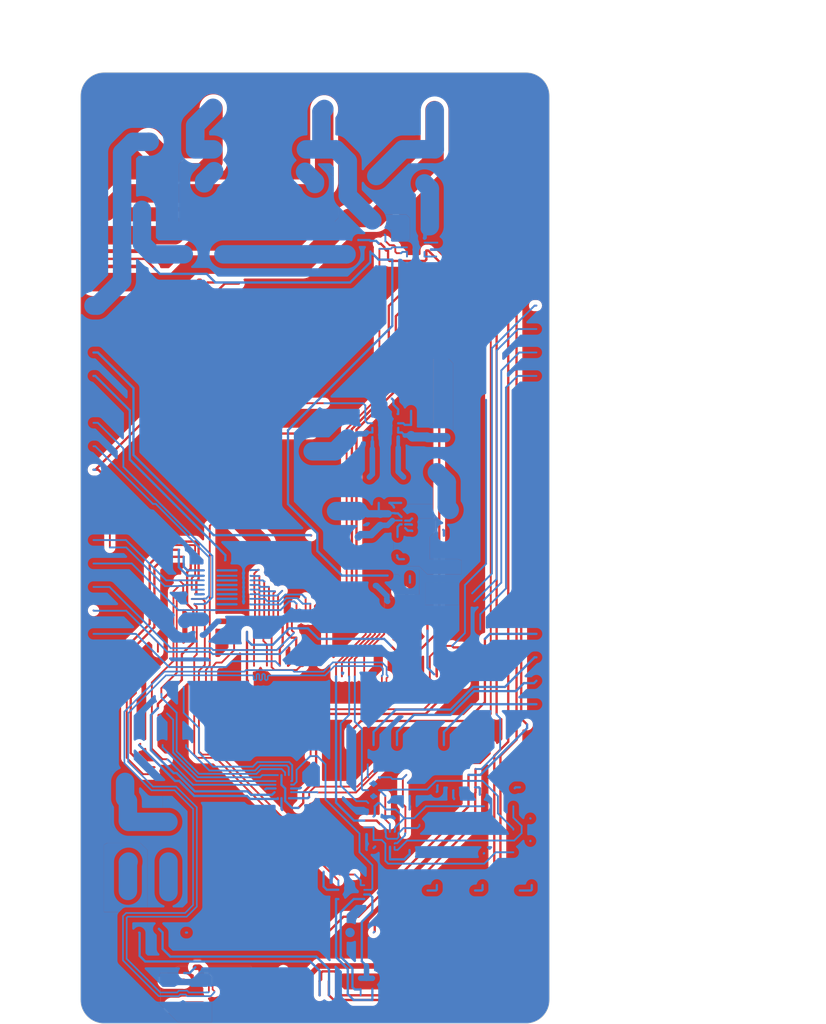
<source format=kicad_pcb>
(kicad_pcb (version 20221018) (generator pcbnew)
  (layers (0 "F.Cu" signal) (1 "In1.Cu" signal) (2 "In2.Cu" signal) (31 "B.Cu" signal) (34 "B.Paste" user) (35 "F.Paste" user) (36 "B.SilkS" user "B.Silkscreen") (37 "F.SilkS" user "F.Silkscreen") (38 "B.Mask" user) (39 "F.Mask" user) (44 "Edge.Cuts" user))
  (net 0 "")
  (gr_arc (start 100.8 150.46) (mid 100.056051 152.256051) (end 98.26 153) (stroke (width 0.05)) (layer "Edge.Cuts"))
  (gr_arc (start 50 52.54) (mid 50.743949 50.743949) (end 52.54 50) (stroke (width 0.05)) (layer "Edge.Cuts"))
  (gr_line (start 100.8 52.54) (end 100.8 150.46) (stroke (width 0.05)) (layer "Edge.Cuts"))
  (gr_line (start 52.54 50) (end 98.26 50) (stroke (width 0.05)) (layer "Edge.Cuts"))
  (gr_line (start 50 150.46) (end 50 52.54) (stroke (width 0.05)) (layer "Edge.Cuts"))
  (gr_arc (start 98.26 50) (mid 100.056037 50.743963) (end 100.8 52.54) (stroke (width 0.05)) (layer "Edge.Cuts"))
  (gr_line (start 98.26 153) (end 52.54 153) (stroke (width 0.05)) (layer "Edge.Cuts"))
  (gr_arc (start 52.54 153) (mid 50.743949 152.256051) (end 50 150.46) (stroke (width 0.05)) (layer "Edge.Cuts"))
  (segment (start 83.31865 70.2599) (end 83.4651 70.40635) (width 0.25) (layer "F.Cu") (net 0))
  (segment (start 87.46865 70.2599) (end 87.46865 69.28135) (width 0.25) (layer "F.Cu") (net 0))
  (segment (start 71.39365 109.23135) (end 71.39365 106.58735) (width 0.2) (layer "F.Cu") (net 0))
  (segment (start 74.92365 119.44035) (end 75.39365 118.97035) (width 0.2) (layer "F.Cu") (net 0))
  (segment (start 92.76065 131.30715) (end 92.76065 128.01984) (width 0.25) (layer "F.Cu") (net 0))
  (segment (start 62.58165 113.0266) (end 62.58165 107.877) (width 0.2) (layer "F.Cu") (net 0))
  (segment (start 62.29113 101.19035) (end 62.40828 101.30751) (width 0.2) (layer "F.Cu") (net 0))
  (segment (start 62.43965 106.47023) (end 62.54265 106.36723) (width 0.25) (layer "F.Cu") (net 0))
  (segment (start 72.89365 110.4337) (end 72.89365 109.23135) (width 0.2) (layer "F.Cu") (net 0))
  (segment (start 83.48854 68.70635) (end 83.9472 68.70635) (width 0.2) (layer "F.Cu") (net 0))
  (segment (start 85.19365 132.40635) (end 85.19365 129.53852) (width 0.2) (layer "F.Cu") (net 0))
  (segment (start 81.64365 115.06035) (end 82.25428 114.44972) (width 1) (layer "F.Cu") (net 0))
  (segment (start 62.31265 113.2956) (end 62.58165 113.0266) (width 0.2) (layer "F.Cu") (net 0))
  (segment (start 90.40765 116.14835) (end 91.65665 116.14835) (width 0.2) (layer "F.Cu") (net 0))
  (segment (start 69.37075 109.20845) (end 69.37075 104.56025) (width 0.2) (layer "F.Cu") (net 0))
  (segment (start 88.34765 147.03735) (end 93.93565 147.03735) (width 0.25) (layer "F.Cu") (net 0))
  (segment (start 74.87678 147.85584) (end 74.87678 147.72282) (width 0.6) (layer "F.Cu") (net 0))
  (segment (start 75.39365 109.23135) (end 75.39365 107.78451) (width 0.2) (layer "F.Cu") (net 0))
  (segment (start 53.16865 101.44435) (end 53.16865 99.68135) (width 0.2) (layer "F.Cu") (net 0))
  (segment (start 64.30338 148.85675) (end 64.39365 148.76647) (width 0.1778) (layer "F.Cu") (net 0))
  (segment (start 72.85097 111.22067) (end 73.35897 111.22067) (width 0.25) (layer "F.Cu") (net 0))
  (segment (start 55.42818 123.7122) (end 56.97233 125.25635) (width 0.25) (layer "F.Cu") (net 0))
  (segment (start 74.07582 114.29718) (end 74.12365 114.24935) (width 0.2) (layer "F.Cu") (net 0))
  (segment (start 65.06765 123.88435) (end 78.06065 136.87735) (width 0.2) (layer "F.Cu") (net 0))
  (segment (start 75.89765 149.95435) (end 75.89765 148.42135) (width 0.25) (layer "F.Cu") (net 0))
  (segment (start 81.8723 143.0377) (end 81.8723 142.19551) (width 0.25) (layer "F.Cu") (net 0))
  (segment (start 87.38655 119.47835) (end 89.35665 117.50825) (width 0.25) (layer "F.Cu") (net 0))
  (segment (start 51.39365 108.26635) (end 51.41165 108.28435) (width 0.2) (layer "F.Cu") (net 0))
  (segment (start 63.07465 148.21235) (end 63.09365 148.23135) (width 0.6) (layer "F.Cu") (net 0))
  (segment (start 62.43965 106.52435) (end 62.43965 106.47023) (width 0.25) (layer "F.Cu") (net 0))
  (segment (start 95.49565 60.00635) (end 99.39365 60.00635) (width 0.2) (layer "F.Cu") (net 0))
  (segment (start 77.42565 150.46635) (end 81.61665 150.46635) (width 0.25) (layer "F.Cu") (net 0))
  (segment (start 93.93565 147.03735) (end 95.49365 145.47935) (width 0.25) (layer "F.Cu") (net 0))
  (segment (start 63.33115 67.11885) (end 65.78115 67.11885) (width 0.25) (layer "F.Cu") (net 0))
  (segment (start 62.44046 100.80935) (end 62.78328 101.15218) (width 0.25) (layer "F.Cu") (net 0))
  (segment (start 74.38565 109.22335) (end 74.38565 106.91335) (width 0.2) (layer "F.Cu") (net 0))
  (segment (start 79.89365 88.68935) (end 84.15665 84.42635) (width 0.25) (layer "F.Cu") (net 0))
  (segment (start 81.64365 116.78135) (end 81.64365 115.06035) (width 0.4) (layer "F.Cu") (net 0))
  (segment (start 62.31265 123.92335) (end 62.31265 113.2956) (width 0.2) (layer "F.Cu") (net 0))
  (segment (start 75.39365 118.97035) (end 87.20465 118.97035) (width 0.2) (layer "F.Cu") (net 0))
  (segment (start 72.49465 114.24935) (end 73.36165 113.38235) (width 0.25) (layer "F.Cu") (net 0))
  (segment (start 81.39365 110.85043) (end 81.39365 109.47635) (width 0.2) (layer "F.Cu") (net 0))
  (segment (start 76.39365 57.25635) (end 76.39365 53.96235) (width 2) (layer "F.Cu") (net 0))
  (segment (start 69.80565 111.567) (end 70.18665 111.948) (width 0.2) (layer "F.Cu") (net 0))
  (segment (start 88.86365 110.45335) (end 88.86365 70.47635) (width 0.25) (layer "F.Cu") (net 0))
  (segment (start 63.58265 114.7244) (end 63.62477 114.67024) (width 0.2) (layer "F.Cu") (net 0))
  (segment (start 70.40765 109.21735) (end 70.40765 105.71235) (width 0.2) (layer "F.Cu") (net 0))
  (segment (start 83.14365 116.78135) (end 83.14365 115.61201) (width 0.1778) (layer "F.Cu") (net 0))
  (segment (start 60.41165 106.90135) (end 61.11465 106.19835) (width 0.2) (layer "F.Cu") (net 0))
  (segment (start 60.63965 105.63535) (end 60.63965 105.61958) (width 0.2) (layer "F.Cu") (net 0))
  (segment (start 82.53026 68.5448) (end 82.91865 68.9332) (width 0.25) (layer "F.Cu") (net 0))
  (segment (start 64.19365 117.4849) (end 64.19365 114.5278) (width 0.2) (layer "F.Cu") (net 0))
  (segment (start 61.54265 107.57403) (end 61.54265 104.11935) (width 0.25) (layer "F.Cu") (net 0))
  (segment (start 75.66583 127.98735) (end 79.83865 127.98735) (width 0.2) (layer "F.Cu") (net 0))
  (segment (start 51.39365 95.56635) (end 53.92332 95.56635) (width 0.2) (layer "F.Cu") (net 0))
  (segment (start 71.89365 112.02423) (end 71.89365 109.23135) (width 0.25) (layer "F.Cu") (net 0))
  (segment (start 64.39365 98.70635) (end 64.40565 98.70635) (width 0.2) (layer "F.Cu") (net 0))
  (segment (start 61.11465 106.19835) (end 61.11465 105.42283) (width 0.2) (layer "F.Cu") (net 0))
  (segment (start 51.59365 98.10635) (end 53.16865 99.68135) (width 0.2) (layer "F.Cu") (net 0))
  (segment (start 54.75508 63.09035) (end 75.22208 63.09035) (width 2) (layer "F.Cu") (net 0))
  (segment (start 80.85465 109.05564) (end 80.89365 109.09464) (width 0.2) (layer "F.Cu") (net 0))
  (segment (start 57.86765 111.22335) (end 58.37565 111.73135) (width 0.2) (layer "F.Cu") (net 0))
  (segment (start 92.50765 124.46235) (end 93.30065 123.66935) (width 0.2) (layer "F.Cu") (net 0))
  (segment (start 92.76065 128.01984) (end 92.79265 127.98784) (width 0.25) (layer "F.Cu") (net 0))
  (segment (start 62.20665 111.76569) (end 62.20665 108.23803) (width 0.25) (layer "F.Cu") (net 0))
  (segment (start 63.64365 72.86235) (end 63.76365 72.74235) (width 0.25) (layer "F.Cu") (net 0))
  (segment (start 69.89365 105.16635) (end 69.93265 105.12735) (width 0.2) (layer "F.Cu") (net 0))
  (segment (start 64.39365 57.25635) (end 64.39365 53.86835) (width 2) (layer "F.Cu") (net 0))
  (segment (start 79.20365 122.84635) (end 79.20365 121.42335) (width 0.25) (layer "F.Cu") (net 0))
  (segment (start 74.38565 109.22335) (end 74.39365 109.23135) (width 0.2) (layer "F.Cu") (net 0))
  (segment (start 69.23154 103.85735) (end 69.29765 103.85735) (width 0.2) (layer "F.Cu") (net 0))
  (segment (start 63.89698 149.5911) (end 63.89698 148.9198) (width 0.1778) (layer "F.Cu") (net 0))
  (segment (start 64.3401 117.63135) (end 65.61465 118.84335) (width 0.2) (layer "F.Cu") (net 0))
  (segment (start 79.39365 109.23135) (end 79.39365 88.62367) (width 0.25) (layer "F.Cu") (net 0))
  (segment (start 64.09065 95.47535) (end 69.67865 101.06335) (width 2) (layer "F.Cu") (net 0))
  (segment (start 77.5332 147.36735) (end 77.67965 147.5138) (width 0.25) (layer "F.Cu") (net 0))
  (segment (start 51.39365 67.62635) (end 60.18965 67.62635) (width 2) (layer "F.Cu") (net 0))
  (segment (start 84.91865 129.26352) (end 84.91865 126.46335) (width 0.2) (layer "F.Cu") (net 0))
  (segment (start 57.48665 103.22235) (end 59.01065 101.69835) (width 0.25) (layer "F.Cu") (net 0))
  (segment (start 75.04513 89.10635) (end 75.44513 88.70635) (width 0.25) (layer "F.Cu") (net 0))
  (segment (start 81.89365 110.84541) (end 81.89365 109.31835) (width 0.2) (layer "F.Cu") (net 0))
  (segment (start 69.80565 111.567) (end 69.80565 110.58835) (width 0.2) (layer "F.Cu") (net 0))
  (segment (start 53.85365 113.34635) (end 57.48665 109.71335) (width 0.25) (layer "F.Cu") (net 0))
  (segment (start 99.19365 72.70635) (end 99.39365 72.70635) (width 0.2) (layer "F.Cu") (net 0))
  (segment (start 94.44365 61.05835) (end 95.49565 60.00635) (width 0.2) (layer "F.Cu") (net 0))
  (segment (start 82.29231 68.50654) (end 82.33057 68.5448) (width 0.25) (layer "F.Cu") (net 0))
  (segment (start 72.72665 148.27835) (end 72.72665 148.16585) (width 0.25) (layer "F.Cu") (net 0))
  (segment (start 52.75908 65.08635) (end 54.75508 63.09035) (width 2) (layer "F.Cu") (net 0))
  (segment (start 64.59865 81.22623) (end 64.59865 78.20335) (width 0.25) (layer "F.Cu") (net 0))
  (segment (start 61.09365 150.90635) (end 63.19365 150.90635) (width 0.6) (layer "F.Cu") (net 0))
  (segment (start 65.78115 67.11885) (end 65.79365 67.10635) (width 0.25) (layer "F.Cu") (net 0))
  (segment (start 68.82265 106.26458) (end 68.89365 106.33558) (width 0.2) (layer "F.Cu") (net 0))
  (segment (start 66.39365 109.44535) (end 67.29002 109.44535) (width 0.6) (layer "F.Cu") (net 0))
  (segment (start 83.39415 110.84185) (end 83.39465 110.84235) (width 0.25) (layer "F.Cu") (net 0))
  (segment (start 99.19365 75.24635) (end 99.39365 75.24635) (width 0.2) (layer "F.Cu") (net 0))
  (segment (start 59.84919 151.02481) (end 60.97518 151.02481) (width 0.6) (layer "F.Cu") (net 0))
  (segment (start 65.62165 72.86235) (end 67.14365 72.86235) (width 0.25) (layer "F.Cu") (net 0))
  (segment (start 68.78965 114.27051) (end 68.78965 110.58835) (width 0.2) (layer "F.Cu") (net 0))
  (segment (start 58.74666 116.69434) (end 60.41165 115.02935) (width 0.2) (layer "F.Cu") (net 0))
  (segment (start 75.89765 149.95435) (end 75.90165 149.95835) (width 0.25) (layer "F.Cu") (net 0))
  (segment (start 71.96465 147.40385) (end 71.96465 147.29135) (width 0.25) (layer "F.Cu") (net 0))
  (segment (start 62.83164 146.92134) (end 63.07465 147.16435) (width 0.6) (layer "F.Cu") (net 0))
  (segment (start 97.74565 86.02221) (end 98.19673 85.57113) (width 0.25) (layer "F.Cu") (net 0))
  (segment (start 60.66165 105.00035) (end 60.69217 105.00035) (width 0.2) (layer "F.Cu") (net 0))
  (segment (start 83.06549 68.2833) (end 83.48854 68.70635) (width 0.2) (layer "F.Cu") (net 0))
  (segment (start 91.28165 112.27335) (end 91.65665 112.64835) (width 0.25) (layer "F.Cu") (net 0))
  (segment (start 78.82265 107.0238) (end 78.82265 88.61735) (width 0.2) (layer "F.Cu") (net 0))
  (segment (start 83.01365 124.81235) (end 93.30065 124.81235) (width 0.2) (layer "F.Cu") (net 0))
  (segment (start 60.96877 115.79712) (end 60.96877 113.00357) (width 0.25) (layer "F.Cu") (net 0))
  (segment (start 70.56765 85.82335) (end 76.40965 85.82335) (width 0.2) (layer "F.Cu") (net 0))
  (segment (start 61.93165 83.89323) (end 64.59865 81.22623) (width 0.25) (layer "F.Cu") (net 0))
  (segment (start 82.33057 68.5448) (end 82.53026 68.5448) (width 0.25) (layer "F.Cu") (net 0))
  (segment (start 80.89365 110.85546) (end 80.89365 109.09464) (width 0.2) (layer "F.Cu") (net 0))
  (segment (start 53.92332 95.56635) (end 59.54732 101.19035) (width 0.2) (layer "F.Cu") (net 0))
  (segment (start 78.06065 136.87735) (end 79.71165 136.87735) (width 0.2) (layer "F.Cu") (net 0))
  (segment (start 84.91865 129.26352) (end 85.19365 129.53852) (width 0.2) (layer "F.Cu") (net 0))
  (segment (start 64.19365 117.4849) (end 64.3401 117.63135) (width 0.2) (layer "F.Cu") (net 0))
  (segment (start 84.28365 106.27035) (end 85.04565 106.27035) (width 0.25) (layer "F.Cu") (net 0))
  (segment (start 87.9712 147.4138) (end 88.34765 147.03735) (width 0.25) (layer "F.Cu") (net 0))
  (segment (start 74.12365 129.13035) (end 74.12365 127.98735) (width 0.25) (layer "F.Cu") (net 0))
  (segment (start 61.54265 107.57403) (end 62.20665 108.23803) (width 0.25) (layer "F.Cu") (net 0))
  (segment (start 64.71423 124.29293) (end 77.93365 137.51235) (width 0.2) (layer "F.Cu") (net 0))
  (segment (start 95.07865 63.59835) (end 96.13065 62.54635) (width 0.25) (layer "F.Cu") (net 0))
  (segment (start 84.10093 69.41363) (end 84.25465 69.56735) (width 0.2) (layer "F.Cu") (net 0))
  (segment (start 62.78328 104.84192) (end 62.78328 101.15218) (width 0.25) (layer "F.Cu") (net 0))
  (segment (start 78.48165 141.44935) (end 80.09265 141.44935) (width 0.25) (layer "F.Cu") (net 0))
  (segment (start 97.50902 67.62635) (end 99.39365 67.62635) (width 0.25) (layer "F.Cu") (net 0))
  (segment (start 96.13065 62.54635) (end 99.39365 62.54635) (width 0.25) (layer "F.Cu") (net 0))
  (segment (start 83.39465 84.62267) (end 83.39465 75.28235) (width 0.25) (layer "F.Cu") (net 0))
  (segment (start 58.37565 118.39025) (end 60.96877 115.79712) (width 0.25) (layer "F.Cu") (net 0))
  (segment (start 57.7198 123.23401) (end 57.7198 116.0702) (width 0.2) (layer "F.Cu") (net 0))
  (segment (start 76.89365 149.93435) (end 76.89365 148.41735) (width 0.25) (layer "F.Cu") (net 0))
  (segment (start 60.96877 113.00357) (end 62.20665 111.76569) (width 0.25) (layer "F.Cu") (net 0))
  (segment (start 79.39365 88.62367) (end 83.39465 84.62267) (width 0.25) (layer "F.Cu") (net 0))
  (segment (start 75.39365 127.35235) (end 79.97868 127.35235) (width 0.2) (layer "F.Cu") (net 0))
  (segment (start 88.34765 59.40735) (end 88.34765 54.07335) (width 2) (layer "F.Cu") (net 0))
  (segment (start 57.99465 103.60335) (end 59.13765 102.46035) (width 0.25) (layer "F.Cu") (net 0))
  (segment (start 65.69365 148.23135) (end 65.71765 148.20735) (width 0.25) (layer "F.Cu") (net 0))
  (segment (start 87.20465 118.97035) (end 87.96665 118.20835) (width 0.2) (layer "F.Cu") (net 0))
  (segment (start 83.01365 130.90835) (end 83.01365 128.36835) (width 0.2) (layer "F.Cu") (net 0))
  (segment (start 64.09065 95.47535) (end 64.09065 83.53735) (width 2) (layer "F.Cu") (net 0))
  (segment (start 83.14365 115.61201) (end 83.26765 115.48801) (width 0.1778) (layer "F.Cu") (net 0))
  (segment (start 57.7198 116.0702) (end 60.06165 113.72835) (width 0.2) (layer "F.Cu") (net 0))
  (segment (start 79.71165 115.41435) (end 79.71165 113.52238) (width 0.2) (layer "F.Cu") (net 0))
  (segment (start 63.99365 114.19591) (end 63.99365 99.10635) (width 0.2) (layer "F.Cu") (net 0))
  (segment (start 63.45565 114.1704) (end 63.45565 107.27651) (width 0.2) (layer "F.Cu") (net 0))
  (segment (start 64.39365 59.63277) (end 64.39365 57.25635) (width 2) (layer "F.Cu") (net 0))
  (segment (start 62.33088 107.62623) (end 62.58165 107.877) (width 0.2) (layer "F.Cu") (net 0))
  (segment (start 70.89365 106.42476) (end 71.06341 106.255) (width 0.2) (layer "F.Cu") (net 0))
  (segment (start 87.46865 69.28135) (end 87.66865 69.28135) (width 0.25) (layer "F.Cu") (net 0))
  (segment (start 61.18265 148.44535) (end 61.19365 148.45635) (width 0.6) (layer "F.Cu") (net 0))
  (segment (start 55.42818 123.7122) (end 55.42818 117.74234) (width 0.25) (layer "F.Cu") (net 0))
  (segment (start 62.31265 123.92335) (end 62.62365 124.23435) (width 0.2) (layer "F.Cu") (net 0))
  (segment (start 57.48665 109.71335) (end 57.48665 103.22235) (width 0.25) (layer "F.Cu") (net 0))
  (segment (start 64.19365 114.5278) (end 64.22781 114.48439) (width 0.2) (layer "F.Cu") (net 0))
  (segment (start 83.39415 110.84185) (end 83.39415 109.23185) (width 0.25) (layer "F.Cu") (net 0))
  (segment (start 75.52065 120.04125) (end 76.08355 119.47835) (width 0.25) (layer "F.Cu") (net 0))
  (segment (start 57.7198 123.23401) (end 58.8693 124.38352) (width 0.2) (layer "F.Cu") (net 0))
  (segment (start 79.83865 127.98735) (end 83.01365 124.81235) (width 0.2) (layer "F.Cu") (net 0))
  (segment (start 57.99465 110.08035) (end 57.99465 103.60335) (width 0.25) (layer "F.Cu") (net 0))
  (segment (start 85.81465 72.86235) (end 87.14365 72.86235) (width 0.25) (layer "F.Cu") (net 0))
  (segment (start 51.39365 98.10635) (end 51.59365 98.10635) (width 0.2) (layer "F.Cu") (net 0))
  (segment (start 87.89365 148.43435) (end 87.9712 148.3568) (width 0.25) (layer "F.Cu") (net 0))
  (segment (start 88.98265 112.11235) (end 90.25265 112.11235) (width 0.2) (layer "F.Cu") (net 0))
  (segment (start 69.37075 109.20845) (end 69.39365 109.23135) (width 0.2) (layer "F.Cu") (net 0))
  (segment (start 68.02765 115.79535) (end 68.02765 110.58835) (width 0.25) (layer "F.Cu") (net 0))
  (segment (start 58.74666 117.30935) (end 58.74666 116.69434) (width 0.2) (layer "F.Cu") (net 0))
  (segment (start 84.15665 76.39935) (end 85.39365 75.16235) (width 0.25) (layer "F.Cu") (net 0))
  (segment (start 93.30065 120.62135) (end 94.44365 119.47835) (width 0.2) (layer "F.Cu") (net 0))
  (segment (start 64.65565 124.23435) (end 64.71423 124.29293) (width 0.2) (layer "F.Cu") (net 0))
  (segment (start 62.82065 123.54235) (end 63.16265 123.88435) (width 0.2) (layer "F.Cu") (net 0))
  (segment (start 58.74666 117.30935) (end 58.74805 117.31075) (width 0.2) (layer "F.Cu") (net 0))
  (segment (start 65.36065 75.19535) (end 65.39365 75.16235) (width 0.2) (layer "F.Cu") (net 0))
  (segment (start 82.07053 131.03535) (end 82.45153 131.41635) (width 0.25) (layer "F.Cu") (net 0))
  (segment (start 76.15565 114.01735) (end 76.66365 113.50935) (width 0.2) (layer "F.Cu") (net 0))
  (segment (start 96.34065 122.49449) (end 96.34065 65.2328) (width 0.25) (layer "F.Cu") (net 0))
  (segment (start 51.59365 93.02635) (end 51.91365 93.02635) (width 0.25) (layer "F.Cu") (net 0))
  (segment (start 83.11865 69.28135) (end 83.31865 69.28135) (width 0.25) (layer "F.Cu") (net 0))
  (segment (start 62.04265 107.03235) (end 63.21149 107.03235) (width 0.2) (layer "F.Cu") (net 0))
  (segment (start 73.35897 111.22067) (end 73.36165 111.22335) (width 0.25) (layer "F.Cu") (net 0))
  (segment (start 59.34382 124.38352) (end 59.39165 124.43135) (width 0.2) (layer "F.Cu") (net 0))
  (segment (start 64.4963 149.56273) (end 64.4963 149.5154) (width 0.1778) (layer "F.Cu") (net 0))
  (segment (start 69.89365 109.23135) (end 69.89365 105.16635) (width 0.2) (layer "F.Cu") (net 0))
  (segment (start 59.14865 148.44535) (end 61.18265 148.44535) (width 0.6) (layer "F.Cu") (net 0))
  (segment (start 63.6021 122.10491) (end 63.94781 122.83051) (width 0.2) (layer "F.Cu") (net 0))
  (segment (start 59.77265 151.10135) (end 59.84919 151.02481) (width 0.6) (layer "F.Cu") (net 0))
  (segment (start 65.39892 149.63135) (end 65.40924 149.62102) (width 0.25) (layer "F.Cu") (net 0))
  (segment (start 74.94373 100.11389) (end 74.982 100.15216) (width 0.25) (layer "F.Cu") (net 0))
  (segment (start 82.39365 110.84038) (end 82.39365 109.31835) (width 0.2) (layer "F.Cu") (net 0))
  (segment (start 84.15665 84.42635) (end 84.15665 76.39935) (width 0.25) (layer "F.Cu") (net 0))
  (segment (start 95.49365 124.01635) (end 97.23765 122.27235) (width 0.25) (layer "F.Cu") (net 0))
  (segment (start 97.23765 67.89772) (end 97.50902 67.62635) (width 0.25) (layer "F.Cu") (net 0))
  (segment (start 61.54265 104.11935) (end 61.93165 103.73035) (width 0.25) (layer "F.Cu") (net 0))
  (segment (start 83.31865 70.2599) (end 83.31865 69.28135) (width 0.25) (layer "F.Cu") (net 0))
  (segment (start 74.02765 70.80635) (end 79.07665 65.75735) (width 2) (layer "F.Cu") (net 0))
  (segment (start 62.43965 146.92134) (end 62.83164 146.92134) (width 0.6) (layer "F.Cu") (net 0))
  (segment (start 93.30065 124.81235) (end 94.33511 123.77789) (width 0.2) (layer "F.Cu") (net 0))
  (segment (start 79.20365 121.42335) (end 80.38665 120.24035) (width 0.25) (layer "F.Cu") (net 0))
  (segment (start 51.65196 115.62804) (end 52.44696 115.62804) (width 0.25) (layer "F.Cu") (net 0))
  (segment (start 74.88565 107.54035) (end 74.88965 107.54435) (width 0.2) (layer "F.Cu") (net 0))
  (segment (start 82.63265 115.41435) (end 82.64365 115.42535) (width 0.1778) (layer "F.Cu") (net 0))
  (segment (start 56.97233 125.25635) (end 57.99365 125.25635) (width 0.25) (layer "F.Cu") (net 0))
  (segment (start 62.04265 104.78059) (end 62.40828 104.41496) (width 0.2) (layer "F.Cu") (net 0))
  (segment (start 73.39198 109.22968) (end 73.39198 107.5277) (width 0.2) (layer "F.Cu") (net 0))
  (segment (start 87.89365 150.15835) (end 87.89365 148.43435) (width 0.25) (layer "F.Cu") (net 0))
  (segment (start 70.89365 109.23135) (end 70.89365 106.42476) (width 0.2) (layer "F.Cu") (net 0))
  (segment (start 71.58365 112.33423) (end 71.89365 112.02423) (width 0.25) (layer "F.Cu") (net 0))
  (segment (start 56.97165 70.18435) (end 57.99365 71.20635) (width 0.25) (layer "F.Cu") (net 0))
  (segment (start 80.98165 146.78335) (end 85.29965 146.78335) (width 0.6) (layer "F.Cu") (net 0))
  (segment (start 71.06341 106.255) (end 71.06341 106.18735) (width 0.2) (layer "F.Cu") (net 0))
  (segment (start 76.89365 149.93435) (end 76.91765 149.95835) (width 0.25) (layer "F.Cu") (net 0))
  (segment (start 63.96365 74.52035) (end 65.62165 72.86235) (width 0.25) (layer "F.Cu") (net 0))
  (segment (start 64.70051 113.91549) (end 65.28514 113.91549) (width 0.2) (layer "F.Cu") (net 0))
  (segment (start 65.36065 80.61635) (end 70.56765 85.82335) (width 0.2) (layer "F.Cu") (net 0))
  (segment (start 67.45615 67.11885) (end 67.46865 67.13135) (width 0.25) (layer "F.Cu") (net 0))
  (segment (start 82.45153 131.41635) (end 82.50565 131.41635) (width 0.25) (layer "F.Cu") (net 0))
  (segment (start 62.40828 104.41496) (end 62.40828 101.30751) (width 0.2) (layer "F.Cu") (net 0))
  (segment (start 80.72765 131.03535) (end 82.07053 131.03535) (width 0.25) (layer "F.Cu") (net 0))
  (segment (start 73.10234 110.70428) (end 73.10234 110.64239) (width 0.2) (layer "F.Cu") (net 0))
  (segment (start 77.67965 115.41435) (end 77.67965 114.06946) (width 0.2) (layer "F.Cu") (net 0))
  (segment (start 74.92365 124.01235) (end 74.92365 119.44035) (width 0.2) (layer "F.Cu") (net 0))
  (segment (start 55.42818 117.74234) (end 55.96265 117.20787) (width 0.25) (layer "F.Cu") (net 0))
  (segment (start 59.13765 148.43435) (end 59.14865 148.44535) (width 0.6) (layer "F.Cu") (net 0))
  (segment (start 82.37865 85.06135) (end 82.37865 69.1003) (width 0.2) (layer "F.Cu") (net 0))
  (segment (start 62.54265 106.36723) (end 62.54265 105.08256) (width 0.25) (layer "F.Cu") (net 0))
  (segment (start 63.74365 148.76647) (end 63.74365 148.23135) (width 0.1778) (layer "F.Cu") (net 0))
  (segment (start 91.77665 120.24035) (end 93.80865 118.20835) (width 0.25) (layer "F.Cu") (net 0))
  (segment (start 83.0277 68.2833) (end 83.06549 68.2833) (width 0.2) (layer "F.Cu") (net 0))
  (segment (start 60.69217 105.00035) (end 61.11465 105.42283) (width 0.2) (layer "F.Cu") (net 0))
  (segment (start 62.33088 107.62623) (end 62.33088 107.55858) (width 0.2) (layer "F.Cu") (net 0))
  (segment (start 59.01065 101.69835) (end 60.66165 101.69835) (width 0.25) (layer "F.Cu") (net 0))
  (segment (start 87.9712 148.3568) (end 87.9712 147.4138) (width 0.25) (layer "F.Cu") (net 0))
  (segment (start 75.51081 107.66735) (end 78.1791 107.66735) (width 0.2) (layer "F.Cu") (net 0))
  (segment (start 64.39365 148.76647) (end 64.39365 148.23135) (width 0.1778) (layer "F.Cu") (net 0))
  (segment (start 78.31465 115.41435) (end 78.31465 113.92943) (width 0.2) (layer "F.Cu") (net 0))
  (segment (start 80.09265 141.44935) (end 92.03065 129.51135) (width 0.25) (layer "F.Cu") (net 0))
  (segment (start 74.76583 128.50985) (end 74.76583 127.98017) (width 0.2) (layer "F.Cu") (net 0))
  (segment (start 60.97518 151.02481) (end 61.09365 150.90635) (width 0.6) (layer "F.Cu") (net 0))
  (segment (start 81.74365 143.16635) (end 81.8723 143.0377) (width 0.2) (layer "F.Cu") (net 0))
  (segment (start 79.89365 109.23135) (end 79.89365 88.68935) (width 0.25) (layer "F.Cu") (net 0))
  (segment (start 63.22208 60.80435) (end 64.39365 59.63277) (width 2) (layer "F.Cu") (net 0))
  (segment (start 63.58265 122.06409) (end 63.58265 114.7244) (width 0.2) (layer "F.Cu") (net 0))
  (segment (start 96.34065 65.2328) (end 96.4871 65.08635) (width 0.25) (layer "F.Cu") (net 0))
  (segment (start 75.39365 107.78451) (end 75.51081 107.66735) (width 0.2) (layer "F.Cu") (net 0))
  (segment (start 68.82265 106.26458) (end 68.82265 104.26624) (width 0.2) (layer "F.Cu") (net 0))
  (segment (start 81.8723 142.19551) (end 92.76065 131.30715) (width 0.25) (layer "F.Cu") (net 0))
  (segment (start 98.19673 85.57113) (end 99.22887 85.57113) (width 0.25) (layer "F.Cu") (net 0))
  (segment (start 68.89365 109.23135) (end 68.89365 106.33558) (width 0.2) (layer "F.Cu") (net 0))
  (segment (start 94.33511 123.77789) (end 94.33511 122.95489) (width 0.2) (layer "F.Cu") (net 0))
  (segment (start 64.30338 149.32248) (end 64.30338 148.85675) (width 0.1778) (layer "F.Cu") (net 0))
  (segment (start 87.58565 146.27535) (end 93.42765 146.27535) (width 0.25) (layer "F.Cu") (net 0))
  (segment (start 60.18965 72.70635) (end 62.08965 70.80635) (width 2) (layer "F.Cu") (net 0))
  (segment (start 74.37765 106.90535) (end 74.38565 106.91335) (width 0.2) (layer "F.Cu") (net 0))
  (segment (start 83.4651 70.40635) (end 87.3222 70.40635) (width 0.25) (layer "F.Cu") (net 0))
  (segment (start 97.74565 119.98635) (end 97.74565 86.02221) (width 0.25) (layer "F.Cu") (net 0))
  (segment (start 97.74565 119.98635) (end 98.38065 120.62135) (width 0.25) (layer "F.Cu") (net 0))
  (segment (start 58.37565 112.74735) (end 58.37565 111.73135) (width 0.2) (layer "F.Cu") (net 0))
  (segment (start 83.26765 115.48801) (end 83.26765 115.41435) (width 0.1778) (layer "F.Cu") (net 0))
  (segment (start 87.83965 113.25535) (end 88.98265 112.11235) (width 0.2) (layer "F.Cu") (net 0))
  (segment (start 87.83965 115.66835) (end 87.96665 115.79535) (width 0.2) (layer "F.Cu") (net 0))
  (segment (start 58.8693 124.38352) (end 59.34382 124.38352) (width 0.2) (layer "F.Cu") (net 0))
  (segment (start 71.58365 114.24935) (end 71.58365 112.33423) (width 0.25) (layer "F.Cu") (net 0))
  (segment (start 54.9977 124.2284) (end 54.9977 117.15821) (width 0.2) (layer "F.Cu") (net 0))
  (segment (start 83.39365 109.23135) (end 83.39415 109.23185) (width 0.25) (layer "F.Cu") (net 0))
  (segment (start 97.23765 122.27235) (end 97.23765 67.89772) (width 0.25) (layer "F.Cu") (net 0))
  (segment (start 76.2151 147.36735) (end 77.5332 147.36735) (width 0.25) (layer "F.Cu") (net 0))
  (segment (start 55.96265 117.20787) (end 55.96265 116.81135) (width 0.25) (layer "F.Cu") (net 0))
  (segment (start 78.1791 107.66735) (end 78.82265 107.0238) (width 0.2) (layer "F.Cu") (net 0))
  (segment (start 85.29965 146.78335) (end 85.89365 147.37735) (width 0.6) (layer "F.Cu") (net 0))
  (segment (start 80.72765 115.54135) (end 80.72765 113.00135) (width 0.2) (layer "F.Cu") (net 0))
  (segment (start 56.77565 126.00635) (end 57.99365 126.00635) (width 0.2) (layer "F.Cu") (net 0))
  (segment (start 83.01365 130.90835) (end 83.50328 131.39798) (width 0.2) (layer "F.Cu") (net 0))
  (segment (start 51.39365 70.16635) (end 51.41165 70.18435) (width 0.25) (layer "F.Cu") (net 0))
  (segment (start 63.07465 147.16435) (end 63.07465 147.16435) (width 0.6) (layer "F.Cu") (net 0))
  (segment (start 72.39365 110.76335) (end 72.39365 109.23111) (width 0.25) (layer "F.Cu") (net 0))
  (segment (start 70.18665 114.24935) (end 70.18665 111.948) (width 0.2) (layer "F.Cu") (net 0))
  (segment (start 74.12365 127.98735) (end 75.52065 126.59035) (width 0.25) (layer "F.Cu") (net 0))
  (segment (start 83.9472 68.70635) (end 84.10093 68.86008) (width 0.2) (layer "F.Cu") (net 0))
  (segment (start 60.18965 67.62635) (end 62.31265 65.50335) (width 2) (layer "F.Cu") (net 0))
  (segment (start 62.82065 114.8054) (end 63.45565 114.1704) (width 0.2) (layer "F.Cu") (net 0))
  (segment (start 87.66865 69.28135) (end 88.86365 70.47635) (width 0.25) (layer "F.Cu") (net 0))
  (segment (start 82.86868 124.46235) (end 92.50765 124.46235) (width 0.2) (layer "F.Cu") (net 0))
  (segment (start 80.72765 113.00135) (end 82.89365 110.83535) (width 0.2) (layer "F.Cu") (net 0))
  (segment (start 94.82465 144.87835) (end 94.82465 124.01049) (width 0.25) (layer "F.Cu") (net 0))
  (segment (start 71.01081 114.72435) (end 73.41665 114.72435) (width 0.2) (layer "F.Cu") (net 0))
  (segment (start 90.41365 112.27335) (end 91.28165 112.27335) (width 0.25) (layer "F.Cu") (net 0))
  (segment (start 84.10093 69.41363) (end 84.10093 68.86008) (width 0.2) (layer "F.Cu") (net 0))
  (segment (start 79.07665 113.6624) (end 81.89365 110.84541) (width 0.2) (layer "F.Cu") (net 0))
  (segment (start 99.22887 85.57113) (end 99.39365 85.40635) (width 0.25) (layer "F.Cu") (net 0))
  (segment (start 65.40924 149.03135) (end 65.69365 148.74694) (width 0.25) (layer "F.Cu") (net 0))
  (segment (start 62.82065 123.54235) (end 62.82065 114.8054) (width 0.2) (layer "F.Cu") (net 0))
  (segment (start 51.39365 72.70635) (end 60.18965 72.70635) (width 2) (layer "F.Cu") (net 0))
  (segment (start 74.76583 127.98017) (end 75.39365 127.35235) (width 0.2) (layer "F.Cu") (net 0))
  (segment (start 65.69365 148.74694) (end 65.69365 148.23135) (width 0.25) (layer "F.Cu") (net 0))
  (segment (start 86.89365 149.63435) (end 86.89365 148.41735) (width 0.25) (layer "F.Cu") (net 0))
  (segment (start 72.47265 114.24935) (end 72.49465 114.24935) (width 0.25) (layer "F.Cu") (net 0))
  (segment (start 77.67965 114.06946) (end 80.89365 110.85546) (width 0.2) (layer "F.Cu") (net 0))
  (segment (start 85.04565 106.27035) (end 87.58565 108.81035) (width 0.25) (layer "F.Cu") (net 0))
  (segment (start 63.99365 99.10635) (end 64.39365 98.70635) (width 0.2) (layer "F.Cu") (net 0))
  (segment (start 75.81626 146.78335) (end 80.98165 146.78335) (width 0.6) (layer "F.Cu") (net 0))
  (segment (start 63.94781 122.83051) (end 63.96365 122.83051) (width 0.2) (layer "F.Cu") (net 0))
  (segment (start 63.58265 122.06409) (end 63.6021 122.10491) (width 0.2) (layer "F.Cu") (net 0))
  (segment (start 63.07465 148.21235) (end 63.07465 147.16435) (width 0.6) (layer "F.Cu") (net 0))
  (segment (start 87.58565 150.46635) (end 87.89365 150.15835) (width 0.25) (layer "F.Cu") (net 0))
  (segment (start 75.89365 148.41735) (end 75.89765 148.42135) (width 0.25) (layer "F.Cu") (net 0))
  (segment (start 93.42765 146.27535) (end 94.82465 144.87835) (width 0.25) (layer "F.Cu") (net 0))
  (segment (start 63.16265 123.88435) (end 65.06765 123.88435) (width 0.2) (layer "F.Cu") (net 0))
  (segment (start 77.67965 149.32335) (end 78.31465 149.95835) (width 0.25) (layer "F.Cu") (net 0))
  (segment (start 82.89365 110.83535) (end 82.89365 109.23135) (width 0.2) (layer "F.Cu") (net 0))
  (segment (start 82.91865 69.08135) (end 82.91865 68.9332) (width 0.25) (layer "F.Cu") (net 0))
  (segment (start 60.06165 106.21335) (end 60.63965 105.63535) (width 0.2) (layer "F.Cu") (net 0))
  (segment (start 76.91765 149.95835) (end 77.42565 150.46635) (width 0.25) (layer "F.Cu") (net 0))
  (segment (start 70.69465 114.40819) (end 71.01081 114.72435) (width 0.2) (layer "F.Cu") (net 0))
  (segment (start 58.37565 118.84335) (end 58.37565 118.39025) (width 0.25) (layer "F.Cu") (net 0))
  (segment (start 68.02765 115.79535) (end 68.11865 115.88635) (width 0.25) (layer "F.Cu") (net 0))
  (segment (start 51.91365 93.02635) (end 59.69665 100.80935) (width 0.25) (layer "F.Cu") (net 0))
  (segment (start 51.39365 113.34635) (end 53.85365 113.34635) (width 0.25) (layer "F.Cu") (net 0))
  (segment (start 65.40924 149.62102) (end 65.40924 149.03135) (width 0.25) (layer "F.Cu") (net 0))
  (segment (start 76.66365 143.16635) (end 76.76465 143.16635) (width 0.25) (layer "F.Cu") (net 0))
  (segment (start 82.64365 116.78135) (end 82.64365 115.42535) (width 0.1778) (layer "F.Cu") (net 0))
  (segment (start 74.87678 147.72282) (end 75.81626 146.78335) (width 0.6) (layer "F.Cu") (net 0))
  (segment (start 61.93165 95.09435) (end 61.93165 83.89323) (width 0.25) (layer "F.Cu") (net 0))
  (segment (start 74.88965 109.22735) (end 74.88965 107.54435) (width 0.2) (layer "F.Cu") (net 0))
  (segment (start 73.61565 129.63835) (end 74.12365 129.13035) (width 0.25) (layer "F.Cu") (net 0))
  (segment (start 86.06165 113.25535) (end 88.86365 110.45335) (width 0.25) (layer "F.Cu") (net 0))
  (segment (start 95.07865 119.47835) (end 95.07865 63.59835) (width 0.25) (layer "F.Cu") (net 0))
  (segment (start 96.4871 65.08635) (end 99.39365 65.08635) (width 0.25) (layer "F.Cu") (net 0))
  (segment (start 79.71165 113.52238) (end 82.39365 110.84038) (width 0.2) (layer "F.Cu") (net 0))
  (segment (start 62.62365 124.23435) (end 64.65565 124.23435) (width 0.2) (layer "F.Cu") (net 0))
  (segment (start 75.52065 126.59035) (end 75.52065 120.04125) (width 0.25) (layer "F.Cu") (net 0))
  (segment (start 65.80615 67.11885) (end 67.45615 67.11885) (width 0.25) (layer "F.Cu") (net 0))
  (segment (start 74.88965 109.22735) (end 74.89365 109.23135) (width 0.2) (layer "F.Cu") (net 0))
  (segment (start 51.41165 70.18435) (end 56.97165 70.18435) (width 0.25) (layer "F.Cu") (net 0))
  (segment (start 76.39365 61.91877) (end 76.39365 57.25635) (width 2) (layer "F.Cu") (net 0))
  (segment (start 83.64865 112.11235) (end 84.79165 113.25535) (width 0.25) (layer "F.Cu") (net 0))
  (segment (start 71.39365 106.58735) (end 71.83765 106.14335) (width 0.2) (layer "F.Cu") (net 0))
  (segment (start 70.19365 89.10635) (end 75.04513 89.10635) (width 0.25) (layer "F.Cu") (net 0))
  (segment (start 85.89365 148.41735) (end 85.89365 147.37735) (width 0.6) (layer "F.Cu") (net 0))
  (segment (start 63.96365 122.83051) (end 63.96365 122.84635) (width 0.2) (layer "F.Cu") (net 0))
  (segment (start 64.30338 149.32248) (end 64.4963 149.5154) (width 0.1778) (layer "F.Cu") (net 0))
  (segment (start 63.21149 107.03235) (end 63.45565 107.27651) (width 0.2) (layer "F.Cu") (net 0))
  (segment (start 51.59365 93.02635) (end 63.96365 80.65635) (width 0.25) (layer "F.Cu") (net 0))
  (segment (start 87.3222 70.40635) (end 87.46865 70.2599) (width 0.25) (layer "F.Cu") (net 0))
  (segment (start 84.25465 69.56735) (end 84.66465 69.56735) (width 0.2) (layer "F.Cu") (net 0))
  (segment (start 77.67965 149.32335) (end 77.67965 147.5138) (width 0.25) (layer "F.Cu") (net 0))
  (segment (start 84.79165 113.25535) (end 86.06165 113.25535) (width 0.25) (layer "F.Cu") (net 0))
  (segment (start 68.82265 104.26624) (end 69.23154 103.85735) (width 0.2) (layer "F.Cu") (net 0))
  (segment (start 76.06865 147.5138) (end 76.2151 147.36735) (width 0.25) (layer "F.Cu") (net 0))
  (segment (start 82.25428 112.7263) (end 82.30594 112.67464) (width 1) (layer "F.Cu") (net 0))
  (segment (start 61.93165 103.73035) (end 61.93165 101.69835) (width 0.25) (layer "F.Cu") (net 0))
  (segment (start 66.63065 112.56998) (end 66.63065 110.71535) (width 0.2) (layer "F.Cu") (net 0))
  (segment (start 63.74365 148.76647) (end 63.89698 148.9198) (width 0.1778) (layer "F.Cu") (net 0))
  (segment (start 82.25428 114.44972) (end 82.25428 112.7263) (width 1) (layer "F.Cu") (net 0))
  (segment (start 79.97868 127.35235) (end 82.86868 124.46235) (width 0.2) (layer "F.Cu") (net 0))
  (segment (start 73.41665 114.72435) (end 73.84382 114.29718) (width 0.2) (layer "F.Cu") (net 0))
  (segment (start 54.9977 124.2284) (end 56.77565 126.00635) (width 0.2) (layer "F.Cu") (net 0))
  (segment (start 76.06865 148.24235) (end 76.06865 147.5138) (width 0.25) (layer "F.Cu") (net 0))
  (segment (start 81.99765 65.75735) (end 88.34765 59.40735) (width 2) (layer "F.Cu") (net 0))
  (segment (start 59.13765 102.46035) (end 61.16965 102.46035) (width 0.25) (layer "F.Cu") (net 0))
  (segment (start 82.91865 69.08135) (end 83.11865 69.28135) (width 0.25) (layer "F.Cu") (net 0))
  (segment (start 95.49365 145.47935) (end 95.49365 124.01635) (width 0.25) (layer "F.Cu") (net 0))
  (segment (start 94.44365 119.47835) (end 94.44365 61.05835) (width 0.2) (layer "F.Cu") (net 0))
  (segment (start 62.08965 70.80635) (end 74.02765 70.80635) (width 2) (layer "F.Cu") (net 0))
  (segment (start 76.76465 143.16635) (end 78.48165 141.44935) (width 0.25) (layer "F.Cu") (net 0))
  (segment (start 68.11865 116.75635) (end 68.11865 115.88635) (width 0.25) (layer "F.Cu") (net 0))
  (segment (start 94.82465 124.01049) (end 96.34065 122.49449) (width 0.25) (layer "F.Cu") (net 0))
  (segment (start 86.56965 149.95835) (end 86.89365 149.63435) (width 0.25) (layer "F.Cu") (net 0))
  (segment (start 78.31465 149.95835) (end 80.34665 149.95835) (width 0.25) (layer "F.Cu") (net 0))
  (segment (start 73.3903 107.52602) (end 73.39198 107.5277) (width 0.2) (layer "F.Cu") (net 0))
  (segment (start 63.62477 114.67024) (end 63.99365 114.19591) (width 0.2) (layer "F.Cu") (net 0))
  (segment (start 83.39465 75.28235) (end 85.81465 72.86235) (width 0.25) (layer "F.Cu") (net 0))
  (segment (start 63.31865 67.13135) (end 63.33115 67.11885) (width 0.25) (layer "F.Cu") (net 0))
  (segment (start 52.44696 115.62804) (end 57.99465 110.08035) (width 0.25) (layer "F.Cu") (net 0))
  (segment (start 79.07665 115.41435) (end 79.07665 113.6624) (width 0.2) (layer "F.Cu") (net 0))
  (segment (start 74.88565 124.05035) (end 74.92365 124.01235) (width 0.2) (layer "F.Cu") (net 0))
  (segment (start 70.69465 114.40819) (end 70.69465 110.58835) (width 0.2) (layer "F.Cu") (net 0))
  (segment (start 87.83965 115.66835) (end 87.83965 113.25535) (width 0.2) (layer "F.Cu") (net 0))
  (segment (start 65.36065 80.61635) (end 65.36065 75.19535) (width 0.2) (layer "F.Cu") (net 0))
  (segment (start 78.82265 88.61735) (end 82.37865 85.06135) (width 0.2) (layer "F.Cu") (net 0))
  (segment (start 63.76365 72.74235) (end 64.59865 72.74235) (width 0.25) (layer "F.Cu") (net 0))
  (segment (start 87.58565 110.46135) (end 87.58565 108.81035) (width 0.25) (layer "F.Cu") (net 0))
  (segment (start 63.96365 80.65635) (end 63.96365 74.52035) (width 0.25) (layer "F.Cu") (net 0))
  (segment (start 76.08355 119.47835) (end 87.38655 119.47835) (width 0.25) (layer "F.Cu") (net 0))
  (segment (start 65.95738 149.63135) (end 65.95738 149.01067) (width 0.25) (layer "F.Cu") (net 0))
  (segment (start 75.89365 148.41735) (end 76.06865 148.24235) (width 0.25) (layer "F.Cu") (net 0))
  (segment (start 65.28514 113.91549) (end 66.63065 112.56998) (width 0.2) (layer "F.Cu") (net 0))
  (segment (start 92.79265 127.98784) (end 92.79265 125.44735) (width 0.25) (layer "F.Cu") (net 0))
  (segment (start 51.39365 98.10635) (end 51.47249 98.18519) (width 0.2) (layer "F.Cu") (net 0))
  (segment (start 64.58335 114.03266) (end 64.70051 113.91549) (width 0.2) (layer "F.Cu") (net 0))
  (segment (start 93.80865 118.20835) (end 93.80865 111.35035) (width 0.25) (layer "F.Cu") (net 0))
  (segment (start 62.04265 106.02008) (end 62.04265 104.78059) (width 0.2) (layer "F.Cu") (net 0))
  (segment (start 76.66365 113.50935) (end 76.66365 110.73735) (width 0.2) (layer "F.Cu") (net 0))
  (segment (start 72.39365 110.76335) (end 72.85097 111.22067) (width 0.25) (layer "F.Cu") (net 0))
  (segment (start 86.89365 146.96735) (end 87.58565 146.27535) (width 0.25) (layer "F.Cu") (net 0))
  (segment (start 56.34365 122.84635) (end 56.45272 122.73728) (width 0.25) (layer "F.Cu") (net 0))
  (segment (start 78.31465 113.92943) (end 81.39365 110.85043) (width 0.2) (layer "F.Cu") (net 0))
  (segment (start 51.39365 115.88635) (end 51.65196 115.62804) (width 0.25) (layer "F.Cu") (net 0))
  (segment (start 72.89365 110.4337) (end 73.10234 110.64239) (width 0.2) (layer "F.Cu") (net 0))
  (segment (start 62.54265 105.08256) (end 62.78328 104.84192) (width 0.25) (layer "F.Cu") (net 0))
  (segment (start 86.89365 148.41735) (end 86.89365 146.96735) (width 0.25) (layer "F.Cu") (net 0))
  (segment (start 89.35665 117.50825) (end 89.35665 114.39835) (width 0.25) (layer "F.Cu") (net 0))
  (segment (start 60.06165 113.72835) (end 60.06165 106.21335) (width 0.2) (layer "F.Cu") (net 0))
  (segment (start 51.39365 93.02635) (end 51.59365 93.02635) (width 0.25) (layer "F.Cu") (net 0))
  (segment (start 90.37965 116.17635) (end 90.40765 116.14835) (width 0.2) (layer "F.Cu") (net 0))
  (segment (start 65.79365 67.10635) (end 65.80615 67.11885) (width 0.25) (layer "F.Cu") (net 0))
  (segment (start 73.36165 113.38235) (end 73.36165 111.22335) (width 0.25) (layer "F.Cu") (net 0))
  (segment (start 64.22781 114.48439) (end 64.58335 114.03266) (width 0.2) (layer "F.Cu") (net 0))
  (segment (start 64.97965 109.44535) (end 66.24365 109.44535) (width 0.6) (layer "F.Cu") (net 0))
  (segment (start 68.11865 116.75635) (end 68.14365 116.78135) (width 0.25) (layer "F.Cu") (net 0))
  (segment (start 84.91865 126.46335) (end 85.29965 126.08235) (width 0.2) (layer "F.Cu") (net 0))
  (segment (start 80.34665 149.95835) (end 86.56965 149.95835) (width 0.25) (layer "F.Cu") (net 0))
  (segment (start 73.84382 114.29718) (end 74.07582 114.29718) (width 0.2) (layer "F.Cu") (net 0))
  (segment (start 51.39365 65.08635) (end 52.75908 65.08635) (width 2) (layer "F.Cu") (net 0))
  (segment (start 75.22208 63.09035) (end 76.39365 61.91877) (width 2) (layer "F.Cu") (net 0))
  (segment (start 60.65265 60.80435) (end 63.22208 60.80435) (width 2) (layer "F.Cu") (net 0))
  (segment (start 93.30065 123.66935) (end 93.30065 120.62135) (width 0.2) (layer "F.Cu") (net 0))
  (segment (start 94.33511 122.95489) (end 94.44365 122.84635) (width 0.2) (layer "F.Cu") (net 0))
  (segment (start 69.34785 104.53735) (end 69.37075 104.56025) (width 0.2) (layer "F.Cu") (net 0))
  (segment (start 59.54732 101.19035) (end 62.29113 101.19035) (width 0.2) (layer "F.Cu") (net 0))
  (segment (start 87.96665 118.20835) (end 87.96665 115.79535) (width 0.2) (layer "F.Cu") (net 0))
  (segment (start 60.41165 115.02935) (end 60.41165 106.90135) (width 0.2) (layer "F.Cu") (net 0))
  (segment (start 81.61665 150.46635) (end 87.58565 150.46635) (width 0.25) (layer "F.Cu") (net 0))
  (segment (start 73.39198 109.22968) (end 73.39365 109.23135) (width 0.2) (layer "F.Cu") (net 0))
  (segment (start 90.25265 112.11235) (end 90.41365 112.27335) (width 0.25) (layer "F.Cu") (net 0))
  (segment (start 57.35465 57.50635) (end 60.65265 60.80435) (width 2) (layer "F.Cu") (net 0))
  (segment (start 59.69665 100.80935) (end 62.44046 100.80935) (width 0.25) (layer "F.Cu") (net 0))
  (segment (start 80.38665 120.24035) (end 91.77665 120.24035) (width 0.25) (layer "F.Cu") (net 0))
  (segment (start 92.03065 129.51135) (end 92.03065 126.08235) (width 0.25) (layer "F.Cu") (net 0))
  (segment (start 65.69365 148.74694) (end 65.95738 149.01067) (width 0.25) (layer "F.Cu") (net 0))
  (segment (start 79.07665 65.75735) (end 81.99765 65.75735) (width 2) (layer "F.Cu") (net 0))
  (segment (start 95.07865 80.10835) (end 97.40065 77.78635) (width 0.2) (layer "B.Cu") (net 0))
  (segment (start 62.55165 126.75235) (end 71.11965 126.75235) (width 0.2) (layer "B.Cu") (net 0))
  (segment (start 61.5701 103.92485) (end 63.34065 103.92485) (width 0.25) (layer "B.Cu") (net 0))
  (segment (start 83.53665 96.61835) (end 83.93138 97.01308) (width 0.25) (layer "B.Cu") (net 0))
  (segment (start 82.07065 105.58135) (end 83.19112 106.70181) (width 0.6) (layer "B.Cu") (net 0))
  (segment (start 79.58465 150.46635) (end 81.61665 150.46635) (width 0.24999) (layer "B.Cu") (net 0))
  (segment (start 69.77256 115.14081) (end 69.864 115.14081) (width 0.1778) (layer "B.Cu") (net 0))
  (segment (start 70.13477 127.55235) (end 71.11965 127.55235) (width 0.25) (layer "B.Cu") (net 0))
  (segment (start 76.53665 128.74935) (end 80.21965 132.43235) (width 0.2) (layer "B.Cu") (net 0))
  (segment (start 81.61265 140.81835) (end 81.61265 139.34521) (width 0.25) (layer "B.Cu") (net 0))
  (segment (start 68.75148 115.71407) (end 68.75148 115.40833) (width 0.1778) (layer "B.Cu") (net 0))
  (segment (start 59.72265 145.76735) (end 75.53466 145.76735) (width 0.24999) (layer "B.Cu") (net 0))
  (segment (start 67.91542 114.73441) (end 70.01566 114.73441) (width 0.1778) (layer "B.Cu") (net 0))
  (segment (start 69.2544 115.14081) (end 69.36108 115.24749) (width 0.1778) (layer "B.Cu") (net 0))
  (segment (start 72.47265 96.74535) (end 75.64765 99.92035) (width 0.25) (layer "B.Cu") (net 0))
  (segment (start 93.55465 138.50635) (end 93.55465 138.02035) (width 0.25) (layer "B.Cu") (net 0))
  (segment (start 62.40865 58.32435) (end 62.40865 55.75535) (width 2) (layer "B.Cu") (net 0))
  (segment (start 68.39665 106.01235) (end 69.30626 106.01235) (width 0.2) (layer "B.Cu") (net 0))
  (segment (start 82.48219 114.29675) (end 82.74695 114.56151) (width 0.1778) (layer "B.Cu") (net 0))
  (segment (start 74.31865 60.74935) (end 75.39365 61.82435) (width 2) (layer "B.Cu") (net 0))
  (segment (start 60.0824 125.8841) (end 60.39409 125.8841) (width 0.25) (layer "B.Cu") (net 0))
  (segment (start 84.8673 69.43235) (end 85.36565 69.43235) (width 0.2) (layer "B.Cu") (net 0))
  (segment (start 57.61365 123.41535) (end 60.0824 125.8841) (width 0.25) (layer "B.Cu") (net 0))
  (segment (start 81.57065 140.86035) (end 81.61265 140.81835) (width 0.25) (layer "B.Cu") (net 0))
  (segment (start 63.65672 149.6486) (end 63.66214 149.64318) (width 0.1778) (layer "B.Cu") (net 0))
  (segment (start 72.16465 128.59735) (end 72.16465 127.55235) (width 0.25) (layer "B.Cu") (net 0))
  (segment (start 62.40865 55.75535) (end 64.34465 53.81935) (width 2) (layer "B.Cu") (net 0))
  (segment (start 55.15005 119.40195) (end 59.25035 115.30165) (width 0.1778) (layer "B.Cu") (net 0))
  (segment (start 84.50131 102.71435) (end 85.03065 102.71435) (width 0.25) (layer "B.Cu") (net 0))
  (segment (start 87.5539 127.67435) (end 88.4969 126.73135) (width 0.2) (layer "B.Cu") (net 0))
  (segment (start 64.35787 112.55635) (end 71.26665 112.55635) (width 0.2) (layer "B.Cu") (net 0))
  (segment (start 61.73488 149.6486) (end 63.65672 149.6486) (width 0.1778) (layer "B.Cu") (net 0))
  (segment (start 97.52765 80.32635) (end 99.39365 80.32635) (width 0.2) (layer "B.Cu") (net 0))
  (segment (start 87.26565 67.93235) (end 87.31565 67.88235) (width 0.4) (layer "B.Cu") (net 0))
  (segment (start 81.95965 105.58135) (end 81.95965 105.57915) (width 0.6) (layer "B.Cu") (net 0))
  (segment (start 84.95865 87.99535) (end 85.13265 88.16935) (width 0.25) (layer "B.Cu") (net 0))
  (segment (start 71.83765 129.89235) (end 71.83765 129.83823) (width 0.25) (layer "B.Cu") (net 0))
  (segment (start 70.07736 115.82075) (end 70.1688 115.82075) (width 0.1778) (layer "B.Cu") (net 0))
  (segment (start 59.5843 124.55635) (end 59.59667 124.55635) (width 0.2) (layer "B.Cu") (net 0))
  (segment (start 68.39665 107.01235) (end 69.97463 107.01235) (width 0.2) (layer "B.Cu") (net 0))
  (segment (start 61.16465 105.61235) (end 61.26466 105.51235) (width 0.2) (layer "B.Cu") (net 0))
  (segment (start 84.02165 134.16035) (end 84.02165 133.87235) (width 0.2) (layer "B.Cu") (net 0))
  (segment (start 55.66523 57.50635) (end 57.49365 57.50635) (width 2) (layer "B.Cu") (net 0))
  (segment (start 69.16465 124.69135) (end 72.60349 124.69135) (width 0.2) (layer "B.Cu") (net 0))
  (segment (start 78.80572 69.69435) (end 78.81418 69.68588) (width 2) (layer "B.Cu") (net 0))
  (segment (start 55.32765 91.91935) (end 55.32765 86.60035) (width 0.25) (layer "B.Cu") (net 0))
  (segment (start 96.89365 132.02635) (end 96.89365 131.92635) (width 0.2) (layer "B.Cu") (net 0))
  (segment (start 90.37965 127.77035) (end 90.39365 127.75635) (width 0.25) (layer "B.Cu") (net 0))
  (segment (start 54.81965 128.62235) (end 54.81965 126.84435) (width 2) (layer "B.Cu") (net 0))
  (segment (start 51.39365 87.94635) (end 51.86265 87.94635) (width 0.2) (layer "B.Cu") (net 0))
  (segment (start 72.16465 128.91165) (end 72.9148 129.6618) (width 0.25) (layer "B.Cu") (net 0))
  (segment (start 84.44365 132.8389) (end 84.44365 132.39935) (width 0.2) (layer "B.Cu") (net 0))
  (segment (start 53.16865 101.44435) (end 54.94665 101.44435) (width 0.2) (layer "B.Cu") (net 0))
  (segment (start 51.39365 82.86635) (end 51.59365 82.86635) (width 0.25) (layer "B.Cu") (net 0))
  (segment (start 81.08665 97.79835) (end 82.40565 97.79835) (width 0.8) (layer "B.Cu") (net 0))
  (segment (start 60.40765 123.54235) (end 62.83265 125.96735) (width 0.2) (layer "B.Cu") (net 0))
  (segment (start 95.58665 105.25435) (end 95.58665 82.26735) (width 0.2) (layer "B.Cu") (net 0))
  (segment (start 81.95965 105.58135) (end 82.07065 105.58135) (width 0.6) (layer "B.Cu") (net 0))
  (segment (start 55.09781 141.44935) (end 61.49039 141.44935) (width 0.1778) (layer "B.Cu") (net 0))
  (segment (start 83.07165 132.8109) (end 83.2681 133.00735) (width 0.2) (layer "B.Cu") (net 0))
  (segment (start 98.03134 116.14466) (end 99.13534 116.14466) (width 0.25) (layer "B.Cu") (net 0))
  (segment (start 97.34862 82.86635) (end 99.39365 82.86635) (width 0.2) (layer "B.Cu") (net 0))
  (segment (start 56.99765 146.29434) (end 74.88565 146.29434) (width 0.25) (layer "B.Cu") (net 0))
  (segment (start 69.97068 115.71407) (end 69.97068 115.24749) (width 0.1778) (layer "B.Cu") (net 0))
  (segment (start 62.04265 106.02008) (end 62.04651 106.01621) (width 0.2) (layer "B.Cu") (net 0))
  (segment (start 82.39365 127.73335) (end 83.71665 127.73335) (width 0.2) (layer "B.Cu") (net 0))
  (segment (start 83.07165 132.8109) (end 83.07165 132.31235) (width 0.2) (layer "B.Cu") (net 0))
  (segment (start 73.74253 127.55235) (end 73.81553 127.47935) (width 0.25) (layer "B.Cu") (net 0))
  (segment (start 90.46452 128.70723) (end 90.46452 128.65311) (width 0.25) (layer "B.Cu") (net 0))
  (segment (start 69.97068 115.71407) (end 70.07736 115.82075) (width 0.1778) (layer "B.Cu") (net 0))
  (segment (start 81.61365 88.99035) (end 81.61365 88.49035) (width 0.25) (layer "B.Cu") (net 0))
  (segment (start 93.69865 134.59135) (end 93.72365 134.56635) (width 0.25) (layer "B.Cu") (net 0))
  (segment (start 88.59365 127.93135) (end 88.65538 127.86962) (width 0.25) (layer "B.Cu") (net 0))
  (segment (start 62.83265 125.96735) (end 69.04365 125.96735) (width 0.2) (layer "B.Cu") (net 0))
  (segment (start 76.48845 115.31275) (end 77.50445 114.29675) (width 0.1778) (layer "B.Cu") (net 0))
  (segment (start 81.61365 89.99035) (end 81.61365 89.49035) (width 0.25) (layer "B.Cu") (net 0))
  (segment (start 84.07165 131.77685) (end 85.07216 130.77635) (width 0.2) (layer "B.Cu") (net 0))
  (segment (start 74.71171 128.50985) (end 74.76583 128.50985) (width 0.25) (layer "B.Cu") (net 0))
  (segment (start 84.16065 119.00635) (end 90.08965 119.00635) (width 0.25) (layer "B.Cu") (net 0))
  (segment (start 71.60565 113.00135) (end 73.36165 111.24535) (width 0.2) (layer "B.Cu") (net 0))
  (segment (start 69.75 105.01235) (end 69.865 105.12735) (width 0.2) (layer "B.Cu") (net 0))
  (segment (start 76.37865 58.32435) (end 77.67 58.32435) (width 2) (layer "B.Cu") (net 0))
  (segment (start 80.98165 148.11335) (end 81.61665 148.11335) (width 0.6) (layer "B.Cu") (net 0))
  (segment (start 84.32192 102.53496) (end 84.50131 102.71435) (width 0.25) (layer "B.Cu") (net 0))
  (segment (start 64.28065 106.83626) (end 64.28065 102.37263) (width 0.2) (layer "B.Cu") (net 0))
  (segment (start 69.48126 106.18735) (end 71.06341 106.18735) (width 0.2) (layer "B.Cu") (net 0))
  (segment (start 83.02165 135.3981) (end 83.02165 133.87235) (width 0.2) (layer "B.Cu") (net 0))
  (segment (start 87.58565 66.90035) (end 87.83965 66.64635) (width 1.5) (layer "B.Cu") (net 0))
  (segment (start 68.4304 103.8911) (end 69.2639 103.8911) (width 0.2) (layer "B.Cu") (net 0))
  (segment (start 81.49549 138.53235) (end 81.61265 138.41519) (width 0.2) (layer "B.Cu") (net 0))
  (segment (start 82.31865 127.73335) (end 82.39365 127.73335) (width 0.2) (layer "B.Cu") (net 0))
  (segment (start 80.98165 88.99835) (end 80.98965 88.99035) (width 0.25) (layer "B.Cu") (net 0))
  (segment (start 76.32777 138.17302) (end 76.32777 136.57823) (width 0.25) (layer "B.Cu") (net 0))
  (segment (start 83.02165 133.87235) (end 83.02165 133.52735) (width 0.2) (layer "B.Cu") (net 0))
  (segment (start 78.94965 63.3502) (end 78.94965 59.60401) (width 2) (layer "B.Cu") (net 0))
  (segment (start 55.12565 135.54635) (end 55.20065 135.47135) (width 2) (layer "B.Cu") (net 0))
  (segment (start 54.63206 92.72404) (end 64.28065 102.37263) (width 0.2) (layer "B.Cu") (net 0))
  (segment (start 84.02965 97.72135) (end 84.06291 97.75461) (width 0.25) (layer "B.Cu") (net 0))
  (segment (start 69.50123 105.71235) (end 70.40765 105.71235) (width 0.2) (layer "B.Cu") (net 0))
  (segment (start 83.71665 127.73335) (end 83.77565 127.67435) (width 0.2) (layer "B.Cu") (net 0))
  (segment (start 64.84065 106.51235) (end 66.89665 106.51235) (width 0.25) (layer "B.Cu") (net 0))
  (segment (start 62.33088 107.55858) (end 62.35151 107.57921) (width 0.2) (layer "B.Cu") (net 0))
  (segment (start 69.36108 115.71407) (end 69.36108 115.24749) (width 0.1778) (layer "B.Cu") (net 0))
  (segment (start 76.09565 58.32435) (end 76.09565 54.26035) (width 2) (layer "B.Cu") (net 0))
  (segment (start 84.28365 102.30135) (end 84.32192 102.33962) (width 0.25) (layer "B.Cu") (net 0))
  (segment (start 72.91465 126.75235) (end 72.92465 126.74235) (width 0.2) (layer "B.Cu") (net 0))
  (segment (start 79.45765 149.06935) (end 79.45765 147.05335) (width 0.25) (layer "B.Cu") (net 0))
  (segment (start 85.14582 132.45418) (end 85.19365 132.40635) (width 0.2) (layer "B.Cu") (net 0))
  (segment (start 55.72765 91.43035) (end 64.4112 100.11389) (width 0.25) (layer "B.Cu") (net 0))
  (segment (start 61.57065 104.51235) (end 63.34065 104.51235) (width 0.25) (layer "B.Cu") (net 0))
  (segment (start 57.67486 127.75535) (end 60.17565 127.75535) (width 0.1778) (layer "B.Cu") (net 0))
  (segment (start 93.26065 128.22694) (end 93.26065 127.53135) (width 0.25) (layer "B.Cu") (net 0))
  (segment (start 75.13965 91.03035) (end 77.55265 91.03035) (width 2) (layer "B.Cu") (net 0))
  (segment (start 57.61365 123.41535) (end 57.61365 119.60535) (width 0.25) (layer "B.Cu") (net 0))
  (segment (start 85.50169 134.80135) (end 85.51865 134.80135) (width 0.25) (layer "B.Cu") (net 0))
  (segment (start 64.36088 149.77182) (end 64.4963 149.63639) (width 0.1778) (layer "B.Cu") (net 0))
  (segment (start 63.20165 110.93035) (end 63.35165 110.93035) (width 0.6) (layer "B.Cu") (net 0))
  (segment (start 85.70423 98.94235) (end 85.71669 98.95481) (width 0.25) (layer "B.Cu") (net 0))
  (segment (start 60.68389 126.73959) (end 62.31265 128.36835) (width 0.25) (layer "B.Cu") (net 0))
  (segment (start 80.47365 142.00149) (end 81.57065 140.90449) (width 0.25) (layer "B.Cu") (net 0))
  (segment (start 96.63669 110.80635) (end 99.39365 110.80635) (width 0.25) (layer "B.Cu") (net 0))
  (segment (start 85.64365 129.82635) (end 85.66215 129.80785) (width 0.25) (layer "B.Cu") (net 0))
  (segment (start 58.88365 144.92835) (end 58.88365 143.16635) (width 0.24999) (layer "B.Cu") (net 0))
  (segment (start 76.32012 114.90635) (end 77.33612 113.89035) (width 0.1778) (layer "B.Cu") (net 0))
  (segment (start 77.67965 129.08841) (end 77.67965 115.41435) (width 0.25) (layer "B.Cu") (net 0))
  (segment (start 69.16296 115.14081) (end 69.2544 115.14081) (width 0.1778) (layer "B.Cu") (net 0))
  (segment (start 69.36108 115.71407) (end 69.46776 115.82075) (width 0.1778) (layer "B.Cu") (net 0))
  (segment (start 93.45465 138.60635) (end 93.55465 138.50635) (width 0.25) (layer "B.Cu") (net 0))
  (segment (start 73.81553 127.47935) (end 73.86965 127.47935) (width 0.25) (layer "B.Cu") (net 0))
  (segment (start 91.64965 105.50835) (end 93.93565 103.22235) (width 0.2) (layer "B.Cu") (net 0))
  (segment (start 80.34665 149.95835) (end 80.34665 149.26335) (width 0.2) (layer "B.Cu") (net 0))
  (segment (start 58.46756 150.055) (end 60.62075 150.055) (width 0.1778) (layer "B.Cu") (net 0))
  (segment (start 83.2681 133.00735) (end 84.2752 133.00735) (width 0.2) (layer "B.Cu") (net 0))
  (segment (start 84.28365 121.42335) (end 86.13022 119.57678) (width 0.25) (layer "B.Cu") (net 0))
  (segment (start 82.31165 97.65435) (end 82.50565 97.84835) (width 0.25) (layer "B.Cu") (net 0))
  (segment (start 72.15465 126.09735) (end 72.15465 125.81841) (width 0.2) (layer "B.Cu") (net 0))
  (segment (start 63.39365 61.75635) (end 64.46865 60.68135) (width 2) (layer "B.Cu") (net 0))
  (segment (start 63.05165 106.51235) (end 63.34065 106.51235) (width 0.25) (layer "B.Cu") (net 0))
  (segment (start 68.39665 105.01235) (end 69.75 105.01235) (width 0.2) (layer "B.Cu") (net 0))
  (segment (start 62.04265 107.03235) (end 62.05265 107.02235) (width 0.2) (layer "B.Cu") (net 0))
  (segment (start 74.88565 124.05035) (end 75.64765 124.05035) (width 0.2) (layer "B.Cu") (net 0))
  (segment (start 85.07216 130.77635) (end 86.1401 130.77635) (width 0.2) (layer "B.Cu") (net 0))
  (segment (start 62.31265 128.36835) (end 68.02765 128.36835) (width 0.25) (layer "B.Cu") (net 0))
  (segment (start 54.99365 146.00635) (end 54.99365 141.5535) (width 0.1778) (layer "B.Cu") (net 0))
  (segment (start 88.65538 127.86962) (end 88.65538 127.24462) (width 0.25) (layer "B.Cu") (net 0))
  (segment (start 84.34265 100.30135) (end 84.34265 99.2102) (width 0.25) (layer "B.Cu") (net 0))
  (segment (start 87.31565 67.88235) (end 87.31565 67.42435) (width 0.4) (layer "B.Cu") (net 0))
  (segment (start 97.78981 132.38819) (end 97.78981 131.61035) (width 0.2) (layer "B.Cu") (net 0))
  (segment (start 82.37865 69.1003) (end 83.6077 69.1003) (width 0.2) (layer "B.Cu") (net 0))
  (segment (start 65.68592 102.80308) (end 65.68592 102.27762) (width 0.25) (layer "B.Cu") (net 0))
  (segment (start 83.02165 132.26235) (end 83.02165 131.91735) (width 0.25) (layer "B.Cu") (net 0))
  (segment (start 82.28165 70.26935) (end 83.77565 70.26935) (width 0.25) (layer "B.Cu") (net 0))
  (segment (start 64.84065 103.92485) (end 66.89665 103.92485) (width 0.25) (layer "B.Cu") (net 0))
  (segment (start 82.39365 127.73335) (end 83.01365 128.35335) (width 0.2) (layer "B.Cu") (net 0))
  (segment (start 84.41865 88.99535) (end 84.80865 88.99535) (width 0.25) (layer "B.Cu") (net 0))
  (segment (start 83.78519 98.53289) (end 83.79473 98.52335) (width 0.2) (layer "B.Cu") (net 0))
  (segment (start 82.31165 97.65435) (end 82.31165 96.61835) (width 0.25) (layer "B.Cu") (net 0))
  (segment (start 81.61365 90.77935) (end 81.61365 89.99035) (width 0.4) (layer "B.Cu") (net 0))
  (segment (start 61.16965 103.5244) (end 61.16965 102.46035) (width 0.25) (layer "B.Cu") (net 0))
  (segment (start 80.47365 127.61619) (end 80.59081 127.73335) (width 0.2) (layer "B.Cu") (net 0))
  (segment (start 60.63965 103.58135) (end 61.57065 104.51235) (width 0.25) (layer "B.Cu") (net 0))
  (segment (start 72.34565 125.06635) (end 72.55465 125.27535) (width 0.2) (layer "B.Cu") (net 0))
  (segment (start 95.98265 116.55735) (end 99.19365 113.34635) (width 0.25) (layer "B.Cu") (net 0))
  (segment (start 60.02665 123.65632) (end 62.71268 126.34235) (width 0.2) (layer "B.Cu") (net 0))
  (segment (start 83.6077 69.1003) (end 83.77565 68.93235) (width 0.2) (layer "B.Cu") (net 0))
  (segment (start 60.58965 108.23035) (end 71.65565 108.23035) (width 0.2) (layer "B.Cu") (net 0))
  (segment (start 54.99365 146.00635) (end 58.6359 149.6486) (width 0.1778) (layer "B.Cu") (net 0))
  (segment (start 83.77565 126.52235) (end 84.85965 126.52235) (width 0.2) (layer "B.Cu") (net 0))
  (segment (start 61.16965 119.35135) (end 61.16965 116.55735) (width 0.2) (layer "B.Cu") (net 0))
  (segment (start 71.46792 107.27508) (end 72.19492 106.54808) (width 0.2) (layer "B.Cu") (net 0))
  (segment (start 87.4301 129.48635) (end 93.72365 129.48635) (width 0.2) (layer "B.Cu") (net 0))
  (segment (start 80.79565 97.50735) (end 81.08665 97.79835) (width 0.8) (layer "B.Cu") (net 0))
  (segment (start 70.57678 115.31275) (end 76.48845 115.31275) (width 0.1778) (layer "B.Cu") (net 0))
  (segment (start 68.66265 125.19335) (end 69.16465 124.69135) (width 0.2) (layer "B.Cu") (net 0))
  (segment (start 87.58565 114.45581) (end 88.31465 115.18481) (width 0.25) (layer "B.Cu") (net 0))
  (segment (start 72.80965 127.95235) (end 72.81165 127.95435) (width 0.2) (layer "B.Cu") (net 0))
  (segment (start 73.13958 107.28635) (end 73.37926 107.52602) (width 0.2) (layer "B.Cu") (net 0))
  (segment (start 82.29231 68.50654) (end 82.29231 68.505) (width 0.25) (layer "B.Cu") (net 0))
  (segment (start 72.47265 96.74535) (end 72.47265 88.74435) (width 0.25) (layer "B.Cu") (net 0))
  (segment (start 60.66449 105.61235) (end 61.16465 105.61235) (width 0.2) (layer "B.Cu") (net 0))
  (segment (start 69.30123 105.51235) (end 69.50123 105.71235) (width 0.2) (layer "B.Cu") (net 0))
  (segment (start 71.76465 127.15235) (end 72.16465 127.55235) (width 0.25) (layer "B.Cu") (net 0))
  (segment (start 54.58725 141.38517) (end 54.92947 141.04295) (width 0.1778) (layer "B.Cu") (net 0))
  (segment (start 83.52165 135.22635) (end 85.07669 135.22635) (width 0.25) (layer "B.Cu") (net 0))
  (segment (start 84.32192 102.53496) (end 84.32192 102.33962) (width 0.25) (layer "B.Cu") (net 0))
  (segment (start 54.74365 124.82414) (end 57.67486 127.75535) (width 0.1778) (layer "B.Cu") (net 0))
  (segment (start 55.72765 91.43035) (end 55.72765 84.19135) (width 0.25) (layer "B.Cu") (net 0))
  (segment (start 59.51865 138.78235) (end 59.51865 135.47135) (width 2) (layer "B.Cu") (net 0))
  (segment (start 63.33065 107.02235) (end 63.36565 106.98735) (width 0.2) (layer "B.Cu") (net 0))
  (segment (start 72.16465 128.91165) (end 72.16465 128.59735) (width 0.25) (layer "B.Cu") (net 0))
  (segment (start 95.22043 130.25312) (end 96.89365 131.92635) (width 0.2) (layer "B.Cu") (net 0))
  (segment (start 69.865 105.12735) (end 69.93265 105.12735) (width 0.2) (layer "B.Cu") (net 0))
  (segment (start 76.6831 138.52835) (end 77.92565 138.52835) (width 0.25) (layer "B.Cu") (net 0))
  (segment (start 81.74365 134.01535) (end 81.91865 133.84035) (width 0.25) (layer "B.Cu") (net 0))
  (segment (start 81.39365 68.23135) (end 82.01865 68.23135) (width 0.25) (layer "B.Cu") (net 0))
  (segment (start 84.85965 126.52235) (end 85.29965 126.08235) (width 0.2) (layer "B.Cu") (net 0))
  (segment (start 70.1688 115.82075) (end 70.27548 115.71407) (width 0.1778) (layer "B.Cu") (net 0))
  (segment (start 64.84065 105.01235) (end 66.89665 105.01235) (width 0.25) (layer "B.Cu") (net 0))
  (segment (start 56.39172 145.68842) (end 56.39172 143.21442) (width 0.25) (layer "B.Cu") (net 0))
  (segment (start 88.60165 138.50635) (end 88.60165 138.02035) (width 0.25) (layer "B.Cu") (net 0))
  (segment (start 60.64965 105.01235) (end 60.66165 105.00035) (width 0.2) (layer "B.Cu") (net 0))
  (segment (start 75.64765 101.82535) (end 78.31465 104.49235) (width 0.25) (layer "B.Cu") (net 0))
  (segment (start 92.79265 125.44735) (end 93.42765 125.44735) (width 0.2) (layer "B.Cu") (net 0))
  (segment (start 81.30865 68.14635) (end 81.39365 68.23135) (width 0.25) (layer "B.Cu") (net 0))
  (segment (start 84.38491 97.75461) (end 84.77265 98.14235) (width 0.25) (layer "B.Cu") (net 0))
  (segment (start 51.39365 90.48635) (end 51.59365 90.48635) (width 0.2) (layer "B.Cu") (net 0))
  (segment (start 61.42365 143.16635) (end 61.52465 143.16635) (width 0.25) (layer "B.Cu") (net 0))
  (segment (start 73.40265 125.53335) (end 74.88565 124.05035) (width 0.2) (layer "B.Cu") (net 0))
  (segment (start 78.18765 145.78335) (end 79.45765 147.05335) (width 0.25) (layer "B.Cu") (net 0))
  (segment (start 83.93138 97.08808) (end 83.96965 97.12635) (width 0.25) (layer "B.Cu") (net 0))
  (segment (start 58.49099 142.76571) (end 58.88365 143.15836) (width 0.24999) (layer "B.Cu") (net 0))
  (segment (start 74.07638 107.54035) (end 74.88565 107.54035) (width 0.2) (layer "B.Cu") (net 0))
  (segment (start 84.02165 133.52735) (end 84.07165 133.47735) (width 0.2) (layer "B.Cu") (net 0))
  (segment (start 87.83965 65.75735) (end 87.83965 62.57935) (width 2) (layer "B.Cu") (net 0))
  (segment (start 85.14582 132.6317) (end 85.14582 132.45418) (width 0.2) (layer "B.Cu") (net 0))
  (segment (start 83.77565 127.67435) (end 87.5539 127.67435) (width 0.2) (layer "B.Cu") (net 0))
  (segment (start 85.13265 89.31935) (end 85.80765 89.31935) (width 0.5) (layer "B.Cu") (net 0))
  (segment (start 87.83965 66.64635) (end 87.83965 65.99277) (width 2) (layer "B.Cu") (net 0))
  (segment (start 84.80865 88.99535) (end 85.13265 89.31935) (width 0.25) (layer "B.Cu") (net 0))
  (segment (start 80.08965 97.50735) (end 80.79565 97.50735) (width 0.8) (layer "B.Cu") (net 0))
  (segment (start 85.66215 129.80785) (end 85.66215 128.38685) (width 0.25) (layer "B.Cu") (net 0))
  (segment (start 77.50445 114.29675) (end 82.48219 114.29675) (width 0.1778) (layer "B.Cu") (net 0))
  (segment (start 68.02765 111.47735) (end 68.02765 110.58835) (width 0.25) (layer "B.Cu") (net 0))
  (segment (start 80.83765 89.14235) (end 80.98165 88.99835) (width 0.6) (layer "B.Cu") (net 0))
  (segment (start 61.16965 103.5244) (end 61.5701 103.92485) (width 0.25) (layer "B.Cu") (net 0))
  (segment (start 60.45241 149.6486) (end 60.63996 149.46105) (width 0.1778) (layer "B.Cu") (net 0))
  (segment (start 69.66588 115.71407) (end 69.66588 115.24749) (width 0.1778) (layer "B.Cu") (net 0))
  (segment (start 80.34665 148.11335) (end 80.98165 148.11335) (width 0.6) (layer "B.Cu") (net 0))
  (segment (start 64.3079 113.00135) (end 71.60565 113.00135) (width 0.2) (layer "B.Cu") (net 0))
  (segment (start 67.75458 114.89525) (end 67.91542 114.73441) (width 0.1778) (layer "B.Cu") (net 0))
  (segment (start 84.44365 132.39935) (end 84.99753 131.84547) (width 0.2) (layer "B.Cu") (net 0))
  (segment (start 83.19112 107.21081) (end 83.19112 106.70181) (width 0.6) (layer "B.Cu") (net 0))
  (segment (start 84.41865 87.99535) (end 84.95865 87.99535) (width 0.25) (layer "B.Cu") (net 0))
  (segment (start 51.39365 103.18635) (end 55.54565 103.18635) (width 0.2) (layer "B.Cu") (net 0))
  (segment (start 79.10381 119.57819) (end 79.10381 115.44151) (width 0.2) (layer "B.Cu") (net 0))
  (segment (start 72.80965 126.75235) (end 72.91465 126.75235) (width 0.2) (layer "B.Cu") (net 0))
  (segment (start 61.81564 147.54535) (end 62.43965 146.92134) (width 0.25) (layer "B.Cu") (net 0))
  (segment (start 62.82065 123.66935) (end 64.34465 125.19335) (width 0.2) (layer "B.Cu") (net 0))
  (segment (start 80.73565 138.53235) (end 81.49549 138.53235) (width 0.2) (layer "B.Cu") (net 0))
  (segment (start 63.93065 106.65089) (end 63.93065 102.5176) (width 0.2) (layer "B.Cu") (net 0))
  (segment (start 63.60456 107.51235) (end 64.28065 106.83626) (width 0.2) (layer "B.Cu") (net 0))
  (segment (start 78.94965 63.3502) (end 81.61372 66.01428) (width 2) (layer "B.Cu") (net 0))
  (segment (start 93.80865 111.35035) (end 94.34396 110.81504) (width 0.25) (layer "B.Cu") (net 0))
  (segment (start 94.34396 110.81504) (end 96.628 110.81504) (width 0.25) (layer "B.Cu") (net 0))
  (segment (start 82.52065 131.41635) (end 83.02165 131.91735) (width 0.25) (layer "B.Cu") (net 0))
  (segment (start 73.5922 129.6618) (end 73.61565 129.63835) (width 0.25) (layer "B.Cu") (net 0))
  (segment (start 92.43002 106.41573) (end 92.43002 106.40919) (width 0.2) (layer "B.Cu") (net 0))
  (segment (start 72.96902 114.73525) (end 73.14012 114.90635) (width 0.1778) (layer "B.Cu") (net 0))
  (segment (start 79.71165 120.32056) (end 80.47365 121.08256) (width 0.2) (layer "B.Cu") (net 0))
  (segment (start 64.84065 106.01235) (end 66.89665 106.01235) (width 0.25) (layer "B.Cu") (net 0))
  (segment (start 71.65565 108.23035) (end 72.59965 107.28635) (width 0.2) (layer "B.Cu") (net 0))
  (segment (start 92.36065 118.42635) (end 99.39365 118.42635) (width 0.25) (layer "B.Cu") (net 0))
  (segment (start 77.68966 139.53235) (end 77.92565 139.53235) (width 0.24999) (layer "B.Cu") (net 0))
  (segment (start 85.6692 98.54235) (end 85.8936 98.31795) (width 0.25) (layer "B.Cu") (net 0))
  (segment (start 60.63996 149.46105) (end 61.54734 149.46105) (width 0.1778) (layer "B.Cu") (net 0))
  (segment (start 72.57965 128.60985) (end 74.61171 128.60985) (width 0.25) (layer "B.Cu") (net 0))
  (segment (start 80.08965 97.50735) (end 80.09265 97.50435) (width 2) (layer "B.Cu") (net 0))
  (segment (start 99.19365 75.24635) (end 99.39365 75.24635) (width 0.2) (layer "B.Cu") (net 0))
  (segment (start 98.78865 138.60635) (end 98.88865 138.50635) (width 0.25) (layer "B.Cu") (net 0))
  (segment (start 83.51246 132.25316) (end 83.52165 132.26235) (width 0.2) (layer "B.Cu") (net 0))
  (segment (start 64.4112 100.11389) (end 74.94373 100.11389) (width 0.25) (layer "B.Cu") (net 0))
  (segment (start 83.50327 131.39798) (end 83.51246 131.40716) (width 0.2) (layer "B.Cu") (net 0))
  (segment (start 72.47265 88.74435) (end 83.77565 77.44135) (width 0.25) (layer "B.Cu") (net 0))
  (segment (start 59.08201 114.89525) (end 67.31722 114.89525) (width 0.1778) (layer "B.Cu") (net 0))
  (segment (start 63.59419 106.98735) (end 63.93065 106.65089) (width 0.2) (layer "B.Cu") (net 0))
  (segment (start 80.98965 88.99035) (end 81.61365 88.99035) (width 0.25) (layer "B.Cu") (net 0))
  (segment (start 77.67965 129.08841) (end 79.62659 131.03535) (width 0.25) (layer "B.Cu") (net 0))
  (segment (start 82.63265 115.34069) (end 82.74695 115.22639) (width 0.1778) (layer "B.Cu") (net 0))
  (segment (start 80.34665 137.99735) (end 80.38165 138.03235) (width 0.2) (layer "B.Cu") (net 0))
  (segment (start 62.43965 106.52435) (end 63.03965 106.52435) (width 0.25) (layer "B.Cu") (net 0))
  (segment (start 83.02165 135.3981) (end 83.3249 135.70135) (width 0.2) (layer "B.Cu") (net 0))
  (segment (start 70.73715 128.24135) (end 71.01365 127.96485) (width 0.25) (layer "B.Cu") (net 0))
  (segment (start 81.29065 93.82435) (end 81.61365 93.50135) (width 0.6) (layer "B.Cu") (net 0))
  (segment (start 59.39165 112.74735) (end 64.0539 112.74735) (width 0.2) (layer "B.Cu") (net 0))
  (segment (start 56.86672 123.36942) (end 60.23689 126.73959) (width 0.25) (layer "B.Cu") (net 0))
  (segment (start 93.68165 107.15935) (end 95.58665 105.25435) (width 0.2) (layer "B.Cu") (net 0))
  (segment (start 85.17265 99.34235) (end 85.45839 99.62808) (width 0.25) (layer "B.Cu") (net 0))
  (segment (start 69.97463 107.01235) (end 70.23736 107.27508) (width 0.2) (layer "B.Cu") (net 0))
  (segment (start 59.39165 124.43135) (end 59.4593 124.43135) (width 0.2) (layer "B.Cu") (net 0))
  (segment (start 79.62659 131.03535) (end 80.72765 131.03535) (width 0.25) (layer "B.Cu") (net 0))
  (segment (start 62.82065 123.66935) (end 62.82065 121.00235) (width 0.2) (layer "B.Cu") (net 0))
  (segment (start 84.02165 134.16035) (end 84.07165 134.21035) (width 0.2) (layer "B.Cu") (net 0))
  (segment (start 79.45765 149.06935) (end 79.71165 149.32335) (width 0.25) (layer "B.Cu") (net 0))
  (segment (start 84.77015 98.94485) (end 84.77265 98.94235) (width 0.25) (layer "B.Cu") (net 0))
  (segment (start 71.78359 125.44735) (end 72.15465 125.81841) (width 0.2) (layer "B.Cu") (net 0))
  (segment (start 78.18765 145.78335) (end 78.18765 140.94135) (width 0.25) (layer "B.Cu") (net 0))
  (segment (start 67.49114 114.89525) (end 67.75458 114.89525) (width 0.1778) (layer "B.Cu") (net 0))
  (segment (start 60.02665 123.65632) (end 60.02665 120.10796) (width 0.2) (layer "B.Cu") (net 0))
  (segment (start 87.58565 114.45581) (end 87.58565 110.46135) (width 0.25) (layer "B.Cu") (net 0))
  (segment (start 80.98165 148.11335) (end 80.98165 146.78335) (width 0.6) (layer "B.Cu") (net 0))
  (segment (start 89.29665 99.53935) (end 89.36365 99.60635) (width 0.25) (layer "B.Cu") (net 0))
  (segment (start 63.84489 149.64318) (end 63.89698 149.5911) (width 0.1778) (layer "B.Cu") (net 0))
  (segment (start 86.49365 131.84547) (end 86.71865 131.62047) (width 0.2) (layer "B.Cu") (net 0))
  (segment (start 84.35165 86.98535) (end 84.35665 86.99035) (width 0.25) (layer "B.Cu") (net 0))
  (segment (start 88.65538 127.24462) (end 88.69365 127.20635) (width 0.25) (layer "B.Cu") (net 0))
  (segment (start 80.85465 87.72835) (end 80.85465 86.06751) (width 0.2) (layer "B.Cu") (net 0))
  (segment (start 76.09565 54.26035) (end 76.40965 53.94635) (width 2) (layer "B.Cu") (net 0))
  (segment (start 76.32777 138.17302) (end 76.6831 138.52835) (width 0.25) (layer "B.Cu") (net 0))
  (segment (start 95.07865 119.546) (end 95.45965 119.927) (width 0.2) (layer "B.Cu") (net 0))
  (segment (start 58.48301 142.76571) (end 58.49099 142.76571) (width 0.24999) (layer "B.Cu") (net 0))
  (segment (start 81.39365 69.45635) (end 81.39365 69.38135) (width 0.25) (layer "B.Cu") (net 0))
  (segment (start 61.51165 109.23035) (end 63.20165 109.23035) (width 1.5) (layer "B.Cu") (net 0))
  (segment (start 96.89365 130.71419) (end 97.78981 131.61035) (width 0.2) (layer "B.Cu") (net 0))
  (segment (start 81.74365 122.84635) (end 81.74365 121.42335) (width 0.25) (layer "B.Cu") (net 0))
  (segment (start 83.77565 68.93235) (end 85.36565 68.93235) (width 0.2) (layer "B.Cu") (net 0))
  (segment (start 69.2639 103.8911) (end 69.29765 103.85735) (width 0.2) (layer "B.Cu") (net 0))
  (segment (start 80.72822 131.77196) (end 81.70904 131.77196) (width 0.2) (layer "B.Cu") (net 0))
  (segment (start 62.59205 140.34769) (end 62.59205 129.59701) (width 0.1778) (layer "B.Cu") (net 0))
  (segment (start 61.42365 123.08435) (end 63.95665 125.61735) (width 0.2) (layer "B.Cu") (net 0))
  (segment (start 84.34265 99.2102) (end 84.608 98.94485) (width 0.25) (layer "B.Cu") (net 0))
  (segment (start 51.39365 110.80635) (end 55.98851 110.80635) (width 0.2) (layer "B.Cu") (net 0))
  (segment (start 97.59365 138.60635) (end 98.78865 138.60635) (width 0.25) (layer "B.Cu") (net 0))
  (segment (start 78.31465 89.29235) (end 79.83865 89.29235) (width 0.6) (layer "B.Cu") (net 0))
  (segment (start 85.89638 99.62808) (end 85.93465 99.66635) (width 0.25) (layer "B.Cu") (net 0))
  (segment (start 83.02165 132.26235) (end 83.07165 132.31235) (width 0.2) (layer "B.Cu") (net 0))
  (segment (start 84.99753 131.84547) (end 86.49365 131.84547) (width 0.2) (layer "B.Cu") (net 0))
  (segment (start 95.07865 104.87335) (end 95.07865 80.10835) (width 0.2) (layer "B.Cu") (net 0))
  (segment (start 56.64365 68.52277) (end 56.64365 64.87535) (width 2) (layer "B.Cu") (net 0))
  (segment (start 83.53665 96.61835) (end 84.73265 96.61835) (width 0.25) (layer "B.Cu") (net 0))
  (segment (start 97.14048 127.43135) (end 97.59365 127.43135) (width 0.25) (layer "B.Cu") (net 0))
  (segment (start 77.55265 91.03035) (end 78.94965 89.63335) (width 2) (layer "B.Cu") (net 0))
  (segment (start 64.83665 109.44535) (end 64.97965 109.44535) (width 0.6) (layer "B.Cu") (net 0))
  (segment (start 68.42165 104.53735) (end 69.34785 104.53735) (width 0.2) (layer "B.Cu") (net 0))
  (segment (start 58.88365 123.08435) (end 58.88365 122.84635) (width 0.2) (layer "B.Cu") (net 0))
  (segment (start 51.81137 75.24635) (end 54.49365 72.56406) (width 2) (layer "B.Cu") (net 0))
  (segment (start 75.64765 124.05035) (end 76.53665 124.93935) (width 0.2) (layer "B.Cu") (net 0))
  (segment (start 71.76465 129.76523) (end 71.83765 129.83823) (width 0.25) (layer "B.Cu") (net 0))
  (segment (start 68.25109 115.30165) (end 68.6448 115.30165) (width 0.1778) (layer "B.Cu") (net 0))
  (segment (start 54.74365 124.82414) (end 54.74365 119.23361) (width 0.1778) (layer "B.Cu") (net 0))
  (segment (start 86.1401 130.77635) (end 87.4301 129.48635) (width 0.2) (layer "B.Cu") (net 0))
  (segment (start 76.09565 58.32435) (end 76.37865 58.32435) (width 2) (layer "B.Cu") (net 0))
  (segment (start 64.36088 149.78325) (end 64.36088 149.77182) (width 0.1778) (layer "B.Cu") (net 0))
  (segment (start 61.26466 105.51235) (end 63.34065 105.51235) (width 0.2) (layer "B.Cu") (net 0))
  (segment (start 58.88365 143.16635) (end 58.88365 143.15836) (width 0.24999) (layer "B.Cu") (net 0))
  (segment (start 63.42815 107.51235) (end 63.60456 107.51235) (width 0.2) (layer "B.Cu") (net 0))
  (segment (start 89.67665 97.05835) (end 89.99865 97.38035) (width 2) (layer "B.Cu") (net 0))
  (segment (start 59.34967 119.43098) (end 60.02665 120.10796) (width 0.2) (layer "B.Cu") (net 0))
  (segment (start 83.09665 129.83335) (end 83.77565 129.83335) (width 0.2) (layer "B.Cu") (net 0))
  (segment (start 54.99365 141.5535) (end 55.09781 141.44935) (width 0.1778) (layer "B.Cu") (net 0))
  (segment (start 92.65533 117.00635) (end 97.16965 117.00635) (width 0.25) (layer "B.Cu") (net 0))
  (segment (start 78.18765 140.94135) (end 79.59665 139.53235) (width 0.25) (layer "B.Cu") (net 0))
  (segment (start 73.10234 110.72066) (end 73.10234 110.70428) (width 0.2) (layer "B.Cu") (net 0))
  (segment (start 89.36365 122.84635) (end 89.36365 121.42335) (width 0.25) (layer "B.Cu") (net 0))
  (segment (start 54.81965 128.62235) (end 55.12565 128.92835) (width 2) (layer "B.Cu") (net 0))
  (segment (start 81.56865 69.63135) (end 81.64365 69.63135) (width 0.25) (layer "B.Cu") (net 0))
  (segment (start 94.57065 79.86935) (end 99.19365 75.24635) (width 0.2) (layer "B.Cu") (net 0))
  (segment (start 82.50565 97.84835) (end 82.55565 97.79835) (width 0.8) (layer "B.Cu") (net 0))
  (segment (start 56.64365 68.52277) (end 57.81523 69.69435) (width 2) (layer "B.Cu") (net 0))
  (segment (start 81.87581 130.45519) (end 81.87581 129.49818) (width 0.25) (layer "B.Cu") (net 0))
  (segment (start 74.61171 128.60985) (end 74.71171 128.50985) (width 0.25) (layer "B.Cu") (net 0))
  (segment (start 74.62858 110.20428) (end 75.77465 111.35035) (width 0.25) (layer "B.Cu") (net 0))
  (segment (start 64.84065 105.51235) (end 66.89665 105.51235) (width 0.25) (layer "B.Cu") (net 0))
  (segment (start 67.31722 114.89525) (end 67.49114 114.89525) (width 0.1778) (layer "B.Cu") (net 0))
  (segment (start 75.53466 145.76735) (end 76.91765 147.15034) (width 0.24999) (layer "B.Cu") (net 0))
  (segment (start 85.13265 88.16935) (end 85.80765 88.16935) (width 0.25) (layer "B.Cu") (net 0))
  (segment (start 68.9496 115.82075) (end 69.05628 115.71407) (width 0.1778) (layer "B.Cu") (net 0))
  (segment (start 80.59081 127.73335) (end 81.16865 127.73335) (width 0.2) (layer "B.Cu") (net 0))
  (segment (start 60.8083 149.86745) (end 61.379 149.86745) (width 0.1778) (layer "B.Cu") (net 0))
  (segment (start 75.77465 111.35035) (end 82.88665 111.35035) (width 0.25) (layer "B.Cu") (net 0))
  (segment (start 78.94965 149.83135) (end 79.58465 150.46635) (width 0.24999) (layer "B.Cu") (net 0))
  (segment (start 55.15005 124.6558) (end 57.84319 127.34895) (width 0.1778) (layer "B.Cu") (net 0))
  (segment (start 57.83792 96.73062) (end 58.14367 96.73062) (width 0.2) (layer "B.Cu") (net 0))
  (segment (start 85.80765 89.31935) (end 85.96365 89.47535) (width 1) (layer "B.Cu") (net 0))
  (segment (start 92.66565 107.28635) (end 95.07865 104.87335) (width 0.2) (layer "B.Cu") (net 0))
  (segment (start 78.18765 127.22535) (end 79.89265 128.93035) (width 0.2) (layer "B.Cu") (net 0))
  (segment (start 96.98365 133.19435) (end 97.78981 132.38819) (width 0.2) (layer "B.Cu") (net 0))
  (segment (start 63.33679 106.01621) (end 63.34065 106.01235) (width 0.2) (layer "B.Cu") (net 0))
  (segment (start 83.89165 85.96334) (end 84.41365 86.48535) (width 0.25) (layer "B.Cu") (net 0))
  (segment (start 84.3561 134.21035) (end 85.3721 133.19435) (width 0.2) (layer "B.Cu") (net 0))
  (segment (start 54.94665 108.30235) (end 57.39265 110.74835) (width 0.2) (layer "B.Cu") (net 0))
  (segment (start 81.74365 130.58735) (end 81.87581 130.45519) (width 0.25) (layer "B.Cu") (net 0))
  (segment (start 77.93365 138.03235) (end 77.93365 137.51235) (width 0.2) (layer "B.Cu") (net 0))
  (segment (start 77.67965 145.84102) (end 78.94965 147.11102) (width 0.24999) (layer "B.Cu") (net 0))
  (segment (start 83.39465 97.72135) (end 84.02965 97.72135) (width 0.25) (layer "B.Cu") (net 0))
  (segment (start 73.14012 114.90635) (end 76.32012 114.90635) (width 0.1778) (layer "B.Cu") (net 0))
  (segment (start 98.73115 130.79385) (end 98.74365 130.80635) (width 0.25) (layer "B.Cu") (net 0))
  (segment (start 85.8936 98.31795) (end 85.93465 98.31795) (width 0.25) (layer "B.Cu") (net 0))
  (segment (start 83.19112 107.21081) (end 83.26765 107.28735) (width 0.6) (layer "B.Cu") (net 0))
  (segment (start 60.63965 101.72035) (end 60.66165 101.69835) (width 0.25) (layer "B.Cu") (net 0))
  (segment (start 82.94665 67.53535) (end 83.0277 67.6164) (width 0.2) (layer "B.Cu") (net 0))
  (segment (start 60.62388 105.63535) (end 60.63965 105.61958) (width 0.2) (layer "B.Cu") (net 0))
  (segment (start 82.63265 115.41435) (end 82.63265 115.34069) (width 0.1778) (layer "B.Cu") (net 0))
  (segment (start 98.88865 138.50635) (end 98.88865 138.02035) (width 0.25) (layer "B.Cu") (net 0))
  (segment (start 55.12565 131.09635) (end 55.20065 131.17135) (width 2) (layer "B.Cu") (net 0))
  (segment (start 57.99365 71.21735) (end 57.99365 71.20635) (width 0.25) (layer "B.Cu") (net 0))
  (segment (start 65.7774 114.39835) (end 66.4014 113.77435) (width 0.2) (layer "B.Cu") (net 0))
  (segment (start 97.40065 77.78635) (end 99.39365 77.78635) (width 0.2) (layer "B.Cu") (net 0))
  (segment (start 93.5722 126.73135) (end 95.22043 128.37957) (width 0.2) (layer "B.Cu") (net 0))
  (segment (start 68.89868 125.61735) (end 69.44968 125.06635) (width 0.2) (layer "B.Cu") (net 0))
  (segment (start 73.47238 106.93635) (end 74.07638 107.54035) (width 0.2) (layer "B.Cu") (net 0))
  (segment (start 83.26765 115.41435) (end 83.26765 115.34069) (width 0.1778) (layer "B.Cu") (net 0))
  (segment (start 75.90165 149.95835) (end 75.90165 147.31034) (width 0.25) (layer "B.Cu") (net 0))
  (segment (start 70.05977 127.62735) (end 70.13477 127.55235) (width 0.25) (layer "B.Cu") (net 0))
  (segment (start 88.3597 58.30885) (end 88.3752 58.32435) (width 2) (layer "B.Cu") (net 0))
  (segment (start 84.41365 93.24735) (end 84.41365 90.65235) (width 0.6) (layer "B.Cu") (net 0))
  (segment (start 64.34465 125.19335) (end 68.66265 125.19335) (width 0.2) (layer "B.Cu") (net 0))
  (segment (start 83.71665 85.31535) (end 83.89165 85.49035) (width 0.25) (layer "B.Cu") (net 0))
  (segment (start 83.46165 96.61835) (end 83.53665 96.61835) (width 0.25) (layer "B.Cu") (net 0))
  (segment (start 90.08965 119.00635) (end 92.53865 116.55735) (width 0.25) (layer "B.Cu") (net 0))
  (segment (start 94.97721 134.46635) (end 96.89365 134.46635) (width 0.2) (layer "B.Cu") (net 0))
  (segment (start 89.36365 121.42335) (end 92.36065 118.42635) (width 0.25) (layer "B.Cu") (net 0))
  (segment (start 72.81165 127.95435) (end 75.63283 127.95435) (width 0.2) (layer "B.Cu") (net 0))
  (segment (start 58.6359 149.6486) (end 60.45241 149.6486) (width 0.1778) (layer "B.Cu") (net 0))
  (segment (start 70.82165 111.98535) (end 72.60272 110.20428) (width 0.25) (layer "B.Cu") (net 0))
  (segment (start 51.86265 80.32635) (end 55.72765 84.19135) (width 0.25) (layer "B.Cu") (net 0))
  (segment (start 87.26665 62.00635) (end 87.83965 62.57935) (width 2) (layer "B.Cu") (net 0))
  (segment (start 98.73065 133.23335) (end 98.74365 133.24635) (width 0.25) (layer "B.Cu") (net 0))
  (segment (start 84.2752 133.00735) (end 84.44365 132.8389) (width 0.2) (layer "B.Cu") (net 0))
  (segment (start 62.71268 126.34235) (end 69.44715 126.34235) (width 0.2) (layer "B.Cu") (net 0))
  (segment (start 89.67665 97.05835) (end 89.67665 94.37535) (width 2) (layer "B.Cu") (net 0))
  (segment (start 56.85873 123.36942) (end 56.86672 123.36942) (width 0.25) (layer "B.Cu") (net 0))
  (segment (start 62.37034 127.86035) (end 68.08534 127.86035) (width 0.25) (layer "B.Cu") (net 0))
  (segment (start 80.61049 85.82335) (end 80.85465 86.06751) (width 0.2) (layer "B.Cu") (net 0))
  (segment (start 83.73209 129.76535) (end 83.79136 129.82462) (width 0.2) (layer "B.Cu") (net 0))
  (segment (start 81.61665 150.46635) (end 81.61665 149.26335) (width 0.24999) (layer "B.Cu") (net 0))
  (segment (start 72.30162 106.93635) (end 73.47238 106.93635) (width 0.2) (layer "B.Cu") (net 0))
  (segment (start 69.44968 125.06635) (end 72.34565 125.06635) (width 0.2) (layer "B.Cu") (net 0))
  (segment (start 60.66765 105.00635) (end 63.33465 105.00635) (width 0.2) (layer "B.Cu") (net 0))
  (segment (start 72.92465 126.74235) (end 72.92465 125.0125) (width 0.2) (layer "B.Cu") (net 0))
  (segment (start 83.26973 99.04835) (end 83.78519 98.53289) (width 0.6) (layer "B.Cu") (net 0))
  (segment (start 88.60165 93.30035) (end 89.67665 94.37535) (width 2) (layer "B.Cu") (net 0))
  (segment (start 51.59365 90.48635) (end 57.83792 96.73062) (width 0.2) (layer "B.Cu") (net 0))
  (segment (start 59.58051 114.39835) (end 65.7774 114.39835) (width 0.2) (layer "B.Cu") (net 0))
  (segment (start 93.32298 126.08235) (end 98.38065 121.02468) (width 0.25) (layer "B.Cu") (net 0))
  (segment (start 80.34265 100.05435) (end 81.47265 100.05435) (width 0.8) (layer "B.Cu") (net 0))
  (segment (start 82.45565 99.07135) (end 82.50565 99.07135) (width 0.8) (layer "B.Cu") (net 0))
  (segment (start 80.74565 139.04235) (end 81.30979 139.04235) (width 0.25) (layer "B.Cu") (net 0))
  (segment (start 68.6448 115.30165) (end 68.75148 115.40833) (width 0.1778) (layer "B.Cu") (net 0))
  (segment (start 82.31865 126.33635) (end 82.43665 126.45435) (width 0.2) (layer "B.Cu") (net 0))
  (segment (start 72.19492 106.54808) (end 73.99246 106.54808) (width 0.2) (layer "B.Cu") (net 0))
  (segment (start 83.52165 135.22635) (end 83.52165 133.87235) (width 0.25) (layer "B.Cu") (net 0))
  (segment (start 78.18765 120.49435) (end 79.10381 119.57819) (width 0.2) (layer "B.Cu") (net 0))
  (segment (start 63.34065 107.59985) (end 63.42815 107.51235) (width 0.2) (layer "B.Cu") (net 0))
  (segment (start 85.85812 98.95481) (end 85.89638 98.99308) (width 0.25) (layer "B.Cu") (net 0))
  (segment (start 88.3752 58.32091) (end 88.3752 54.1009) (width 2) (layer "B.Cu") (net 0))
  (segment (start 72.60272 110.20428) (end 74.62858 110.20428) (width 0.25) (layer "B.Cu") (net 0))
  (segment (start 72.55465 126.09735) (end 72.55465 125.27535) (width 0.2) (layer "B.Cu") (net 0))
  (segment (start 85.68065 105.25135) (end 85.68065 104.54435) (width 0.25) (layer "B.Cu") (net 0))
  (segment (start 92.43002 106.40919) (end 94.57065 104.26857) (width 0.2) (layer "B.Cu") (net 0))
  (segment (start 71.10865 113.77435) (end 71.58365 114.24935) (width 0.2) (layer "B.Cu") (net 0))
  (segment (start 54.91065 100.64635) (end 59.27665 105.01235) (width 0.2) (layer "B.Cu") (net 0))
  (segment (start 51.39365 100.64635) (end 54.91065 100.64635) (width 0.2) (layer "B.Cu") (net 0))
  (segment (start 68.46634 128.24135) (end 70.73715 128.24135) (width 0.25) (layer "B.Cu") (net 0))
  (segment (start 72.15465 126.09735) (end 72.16465 126.10735) (width 0.2) (layer "B.Cu") (net 0))
  (segment (start 81.57065 140.90449) (end 81.57065 140.86035) (width 0.25) (layer "B.Cu") (net 0))
  (segment (start 51.39365 93.02635) (end 51.59365 93.02635) (width 0.25) (layer "B.Cu") (net 0))
  (segment (start 80.09365 68.14635) (end 80.11365 68.12635) (width 0.25) (layer "B.Cu") (net 0))
  (segment (start 81.39365 68.23135) (end 81.41865 68.20635) (width 0.25) (layer "B.Cu") (net 0))
  (segment (start 56.34365 143.16635) (end 56.39172 143.21442) (width 0.25) (layer "B.Cu") (net 0))
  (segment (start 79.59665 139.53235) (end 80.73565 139.53235) (width 0.25) (layer "B.Cu") (net 0))
  (segment (start 60.40765 123.54235) (end 60.40765 119.35135) (width 0.2) (layer "B.Cu") (net 0))
  (segment (start 73.09859 127.14235) (end 73.40265 126.83829) (width 0.2) (layer "B.Cu") (net 0))
  (segment (start 78.31465 104.49235) (end 83.26765 104.49235) (width 0.25) (layer "B.Cu") (net 0))
  (segment (start 84.07165 133.47735) (end 84.30017 133.47735) (width 0.2) (layer "B.Cu") (net 0))
  (segment (start 62.05265 107.02235) (end 63.33065 107.02235) (width 0.2) (layer "B.Cu") (net 0))
  (segment (start 69.864 115.14081) (end 69.97068 115.24749) (width 0.1778) (layer "B.Cu") (net 0))
  (segment (start 60.23689 126.73959) (end 60.68389 126.73959) (width 0.25) (layer "B.Cu") (net 0))
  (segment (start 59.4593 124.43135) (end 59.5843 124.55635) (width 0.2) (layer "B.Cu") (net 0))
  (segment (start 80.09365 68.14635) (end 81.30865 68.14635) (width 0.25) (layer "B.Cu") (net 0))
  (segment (start 63.33465 105.00635) (end 63.34065 105.01235) (width 0.2) (layer "B.Cu") (net 0))
  (segment (start 73.40265 126.83829) (end 73.40265 125.53335) (width 0.2) (layer "B.Cu") (net 0))
  (segment (start 90.37965 128.56823) (end 90.46452 128.65311) (width 0.25) (layer "B.Cu") (net 0))
  (segment (start 65.47865 69.69435) (end 78.80572 69.69435) (width 2) (layer "B.Cu") (net 0))
  (segment (start 76.40965 85.82335) (end 80.61049 85.82335) (width 0.2) (layer "B.Cu") (net 0))
  (segment (start 83.89165 85.96334) (end 83.89165 85.49035) (width 0.25) (layer "B.Cu") (net 0))
  (segment (start 93.16065 127.43135) (end 93.26065 127.53135) (width 0.25) (layer "B.Cu") (net 0))
  (segment (start 87.26565 69.93235) (end 88.53465 69.93235) (width 0.2) (layer "B.Cu") (net 0))
  (segment (start 81.10865 126.27635) (end 81.10865 124.93935) (width 0.2) (layer "B.Cu") (net 0))
  (segment (start 61.42365 123.08435) (end 61.42365 122.84635) (width 0.2) (layer "B.Cu") (net 0))
  (segment (start 51.39365 80.32635) (end 51.86265 80.32635) (width 0.25) (layer "B.Cu") (net 0))
  (segment (start 72.55465 126.09735) (end 72.56465 126.10735) (width 0.2) (layer "B.Cu") (net 0))
  (segment (start 63.35165 110.93035) (end 64.83665 109.44535) (width 0.6) (layer "B.Cu") (net 0))
  (segment (start 84.07165 132.21235) (end 84.07165 131.77685) (width 0.2) (layer "B.Cu") (net 0))
  (segment (start 71.76465 129.76523) (end 71.76465 128.59735) (width 0.25) (layer "B.Cu") (net 0))
  (segment (start 59.77265 112.36635) (end 64.16787 112.36635) (width 0.2) (layer "B.Cu") (net 0))
  (segment (start 72.80965 127.15235) (end 72.81965 127.14235) (width 0.2) (layer "B.Cu") (net 0))
  (segment (start 55.98851 110.80635) (end 59.58051 114.39835) (width 0.2) (layer "B.Cu") (net 0))
  (segment (start 82.65053 113.89035) (end 83.15335 114.39317) (width 0.1778) (layer "B.Cu") (net 0))
  (segment (start 79.20365 72.74235) (end 81.39365 70.55235) (width 0.25) (layer "B.Cu") (net 0))
  (segment (start 71.26665 112.55635) (end 73.10234 110.72066) (width 0.2) (layer "B.Cu") (net 0))
  (segment (start 92.03065 126.08235) (end 93.32298 126.08235) (width 0.25) (layer "B.Cu") (net 0))
  (segment (start 64.59865 72.74235) (end 79.20365 72.74235) (width 0.25) (layer "B.Cu") (net 0))
  (segment (start 72.80965 127.55235) (end 73.74253 127.55235) (width 0.25) (layer "B.Cu") (net 0))
  (segment (start 60.62075 150.055) (end 60.8083 149.86745) (width 0.1778) (layer "B.Cu") (net 0))
  (segment (start 88.4969 126.73135) (end 93.5722 126.73135) (width 0.2) (layer "B.Cu") (net 0))
  (segment (start 60.17565 127.75535) (end 62.18565 129.76535) (width 0.1778) (layer "B.Cu") (net 0))
  (segment (start 85.45839 99.62808) (end 85.89638 99.62808) (width 0.25) (layer "B.Cu") (net 0))
  (segment (start 54.63206 92.72404) (end 54.63206 90.71576) (width 0.2) (layer "B.Cu") (net 0))
  (segment (start 87.27365 68.42435) (end 88.66165 68.42435) (width 0.2) (layer "B.Cu") (net 0))
  (segment (start 80.73565 139.03235) (end 80.74565 139.04235) (width 0.25) (layer "B.Cu") (net 0))
  (segment (start 69.46129 106.66235) (end 71.31865 106.66235) (width 0.2) (layer "B.Cu") (net 0))
  (segment (start 68.39665 103.92485) (end 68.4304 103.8911) (width 0.2) (layer "B.Cu") (net 0))
  (segment (start 84.9223 58.32435) (end 86.40865 58.32435) (width 2) (layer "B.Cu") (net 0))
  (segment (start 53.13265 105.72635) (end 59.77265 112.36635) (width 0.2) (layer "B.Cu") (net 0))
  (segment (start 87.26565 69.93235) (end 87.26565 69.43235) (width 0.2) (layer "B.Cu") (net 0))
  (segment (start 85.64365 134.67635) (end 85.64365 134.22635) (width 0.25) (layer "B.Cu") (net 0))
  (segment (start 81.74365 121.42335) (end 84.16065 119.00635) (width 0.25) (layer "B.Cu") (net 0))
  (segment (start 56.34365 122.85434) (end 56.85873 123.36942) (width 0.25) (layer "B.Cu") (net 0))
  (segment (start 85.17265 98.94235) (end 85.70423 98.94235) (width 0.25) (layer "B.Cu") (net 0))
  (segment (start 98.38065 121.02468) (end 98.38065 120.62135) (width 0.25) (layer "B.Cu") (net 0))
  (segment (start 75.39365 62.07435) (end 75.39365 61.82435) (width 2) (layer "B.Cu") (net 0))
  (segment (start 70.27548 115.71407) (end 70.27548 115.41943) (width 0.1778) (layer "B.Cu") (net 0))
  (segment (start 69.05628 115.24749) (end 69.16296 115.14081) (width 0.1778) (layer "B.Cu") (net 0))
  (segment (start 69.30626 106.01235) (end 69.48126 106.18735) (width 0.2) (layer "B.Cu") (net 0))
  (segment (start 92.53865 116.55735) (end 95.98265 116.55735) (width 0.25) (layer "B.Cu") (net 0))
  (segment (start 87.61665 89.55035) (end 89.58665 89.55035) (width 1) (layer "B.Cu") (net 0))
  (segment (start 69.44715 126.34235) (end 69.68215 126.10735) (width 0.2) (layer "B.Cu") (net 0))
  (segment (start 87.83965 65.99277) (end 87.83965 65.75735) (width 0.4) (layer "B.Cu") (net 0))
  (segment (start 71.36465 128.67385) (end 71.36465 128.59735) (width 0.25) (layer "B.Cu") (net 0))
  (segment (start 81.64365 69.63135) (end 82.28165 70.26935) (width 0.25) (layer "B.Cu") (net 0))
  (segment (start 83.79136 129.82462) (end 84.12043 129.82462) (width 0.2) (layer "B.Cu") (net 0))
  (segment (start 84.30017 133.47735) (end 85.14582 132.6317) (width 0.2) (layer "B.Cu") (net 0))
  (segment (start 86.71865 131.62047) (end 86.71865 131.47635) (width 0.2) (layer "B.Cu") (net 0))
  (segment (start 85.3721 133.19435) (end 96.98365 133.19435) (width 0.2) (layer "B.Cu") (net 0))
  (segment (start 81.39365 69.45635) (end 81.56865 69.63135) (width 0.25) (layer "B.Cu") (net 0))
  (segment (start 81.47265 100.05435) (end 82.45565 99.07135) (width 0.8) (layer "B.Cu") (net 0))
  (segment (start 76.53665 128.74935) (end 76.53665 124.93935) (width 0.2) (layer "B.Cu") (net 0))
  (segment (start 68.08534 127.86035) (end 68.46634 128.24135) (width 0.25) (layer "B.Cu") (net 0))
  (segment (start 55.32765 91.91935) (end 65.68592 102.27762) (width 0.25) (layer "B.Cu") (net 0))
  (segment (start 88.50165 138.60635) (end 88.60165 138.50635) (width 0.25) (layer "B.Cu") (net 0))
  (segment (start 96.89365 129.58635) (end 96.89365 129.48635) (width 0.2) (layer "B.Cu") (net 0))
  (segment (start 95.07865 119.546) (end 95.07865 119.47835) (width 0.2) (layer "B.Cu") (net 0))
  (segment (start 71.76465 127.15235) (end 71.76465 126.10735) (width 0.25) (layer "B.Cu") (net 0))
  (segment (start 90.25265 112.11235) (end 91.64965 110.71535) (width 0.2) (layer "B.Cu") (net 0))
  (segment (start 80.47365 127.61619) (end 80.47365 121.08256) (width 0.2) (layer "B.Cu") (net 0))
  (segment (start 81.30979 139.04235) (end 81.61265 139.34521) (width 0.25) (layer "B.Cu") (net 0))
  (segment (start 83.01365 128.36835) (end 83.01365 128.35335) (width 0.2) (layer "B.Cu") (net 0))
  (segment (start 81.61265 138.41519) (end 81.61265 135.85735) (width 0.2) (layer "B.Cu") (net 0))
  (segment (start 84.12043 129.82462) (end 85.07216 130.77635) (width 0.2) (layer "B.Cu") (net 0))
  (segment (start 58.75665 117.70035) (end 60.40765 119.35135) (width 0.2) (layer "B.Cu") (net 0))
  (segment (start 84.35665 86.99035) (end 84.41365 86.99035) (width 0.25) (layer "B.Cu") (net 0))
  (segment (start 68.75148 115.71407) (end 68.85816 115.82075) (width 0.1778) (layer "B.Cu") (net 0))
  (segment (start 51.59365 82.86635) (end 55.32765 86.60035) (width 0.25) (layer "B.Cu") (net 0))
  (segment (start 79.71165 120.32056) (end 79.71165 115.41435) (width 0.2) (layer "B.Cu") (net 0))
  (segment (start 85.71669 98.95481) (end 85.85812 98.95481) (width 0.25) (layer "B.Cu") (net 0))
  (segment (start 79.98865 89.14235) (end 80.83765 89.14235) (width 0.6) (layer "B.Cu") (net 0))
  (segment (start 84.608 98.94485) (end 84.77015 98.94485) (width 0.25) (layer "B.Cu") (net 0))
  (segment (start 80.21965 134.46435) (end 81.61265 135.85735) (width 0.2) (layer "B.Cu") (net 0))
  (segment (start 70.01566 114.73441) (end 70.0165 114.73525) (width 0.1778) (layer "B.Cu") (net 0))
  (segment (start 79.07665 115.41435) (end 79.10381 115.44151) (width 0.2) (layer "B.Cu") (net 0))
  (segment (start 59.59667 124.55635) (end 62.19267 127.15235) (width 0.2) (layer "B.Cu") (net 0))
  (segment (start 68.34815 128.68885) (end 71.34965 128.68885) (width 0.25) (layer "B.Cu") (net 0))
  (segment (start 79.83865 89.29235) (end 79.98865 89.14235) (width 0.6) (layer "B.Cu") (net 0))
  (segment (start 51.86265 87.94635) (end 54.63206 90.71576) (width 0.2) (layer "B.Cu") (net 0))
  (segment (start 62.35151 107.57921) (end 63.32001 107.57921) (width 0.2) (layer "B.Cu") (net 0))
  (segment (start 74.88565 146.29434) (end 75.90165 147.31034) (width 0.25) (layer "B.Cu") (net 0))
  (segment (start 84.66465 69.56735) (end 84.7323 69.56735) (width 0.2) (layer "B.Cu") (net 0))
  (segment (start 81.74365 133.13535) (end 82.62965 133.13535) (width 0.2) (layer "B.Cu") (net 0))
  (segment (start 60.63965 103.58135) (end 60.63965 101.72035) (width 0.25) (layer "B.Cu") (net 0))
  (segment (start 93.42765 125.44735) (end 95.45965 123.41535) (width 0.2) (layer "B.Cu") (net 0))
  (segment (start 58.14367 96.73062) (end 63.93065 102.5176) (width 0.2) (layer "B.Cu") (net 0))
  (segment (start 84.41365 89.99035) (end 84.41365 89.49035) (width 0.4) (layer "B.Cu") (net 0))
  (segment (start 92.74365 127.43135) (end 93.16065 127.43135) (width 0.25) (layer "B.Cu") (net 0))
  (segment (start 54.74365 119.23361) (end 59.08201 114.89525) (width 0.1778) (layer "B.Cu") (net 0))
  (segment (start 58.88365 144.92835) (end 59.72265 145.76735) (width 0.24999) (layer "B.Cu") (net 0))
  (segment (start 54.49365 72.56406) (end 54.49365 58.67792) (width 2) (layer "B.Cu") (net 0))
  (segment (start 51.39365 108.26635) (end 51.42965 108.30235) (width 0.2) (layer "B.Cu") (net 0))
  (segment (start 64.08913 150.055) (end 64.36088 149.78325) (width 0.1778) (layer "B.Cu") (net 0))
  (segment (start 59.25035 115.30165) (end 68.25109 115.30165) (width 0.1778) (layer "B.Cu") (net 0))
  (segment (start 60.66165 105.00035) (end 60.66765 105.00635) (width 0.2) (layer "B.Cu") (net 0))
  (segment (start 85.96365 89.47535) (end 87.54165 89.47535) (width 1) (layer "B.Cu") (net 0))
  (segment (start 84.41365 86.99035) (end 84.41365 86.48535) (width 0.25) (layer "B.Cu") (net 0))
  (segment (start 69.46776 115.82075) (end 69.5592 115.82075) (width 0.1778) (layer "B.Cu") (net 0))
  (segment (start 57.39265 110.74835) (end 59.39165 112.74735) (width 0.2) (layer "B.Cu") (net 0))
  (segment (start 82.88665 111.35035) (end 83.64865 112.11235) (width 0.25) (layer "B.Cu") (net 0))
  (segment (start 51.39365 75.24635) (end 51.81137 75.24635) (width 2) (layer "B.Cu") (net 0))
  (segment (start 63.95665 125.61735) (end 68.89868 125.61735) (width 0.2) (layer "B.Cu") (net 0))
  (segment (start 69.31129 106.51235) (end 69.46129 106.66235) (width 0.2) (layer "B.Cu") (net 0))
  (segment (start 81.70904 131.77196) (end 81.74365 131.73735) (width 0.2) (layer "B.Cu") (net 0))
  (segment (start 81.87581 129.49818) (end 82.2311 129.1429) (width 0.25) (layer "B.Cu") (net 0))
  (segment (start 71.61289 107.62508) (end 72.30162 106.93635) (width 0.2) (layer "B.Cu") (net 0))
  (segment (start 68.39665 105.51235) (end 69.30123 105.51235) (width 0.2) (layer "B.Cu") (net 0))
  (segment (start 82.01865 68.23135) (end 82.29231 68.505) (width 0.25) (layer "B.Cu") (net 0))
  (segment (start 90.37965 128.56823) (end 90.37965 127.77035) (width 0.25) (layer "B.Cu") (net 0))
  (segment (start 87.59365 138.60635) (end 88.50165 138.60635) (width 0.25) (layer "B.Cu") (net 0))
  (segment (start 69.66588 115.24749) (end 69.77256 115.14081) (width 0.1778) (layer "B.Cu") (net 0))
  (segment (start 93.7422 135.70135) (end 94.97721 134.46635) (width 0.2) (layer "B.Cu") (net 0))
  (segment (start 66.4014 113.77435) (end 71.10865 113.77435) (width 0.2) (layer "B.Cu") (net 0))
  (segment (start 54.49365 58.67792) (end 55.66523 57.50635) (width 2) (layer "B.Cu") (net 0))
  (segment (start 57.81523 69.69435) (end 61.17865 69.69435) (width 2) (layer "B.Cu") (net 0))
  (segment (start 86.13022 119.57678) (end 90.08491 119.57678) (width 0.25) (layer "B.Cu") (net 0))
  (segment (start 77.67965 145.84102) (end 77.67965 139.54236) (width 0.24999) (layer "B.Cu") (net 0))
  (segment (start 80.34665 137.99735) (end 80.34665 137.51235) (width 0.2) (layer "B.Cu") (net 0))
  (segment (start 87.31565 67.42435) (end 87.45865 67.28135) (width 0.4) (layer "B.Cu") (net 0))
  (segment (start 91.64965 110.71535) (end 91.64965 105.50835) (width 0.2) (layer "B.Cu") (net 0))
  (segment (start 62.19267 127.15235) (end 71.11965 127.15235) (width 0.2) (layer "B.Cu") (net 0))
  (segment (start 93.93565 103.22235) (end 93.93565 85.4467) (width 0.2) (layer "B.Cu") (net 0))
  (segment (start 81.74365 143.16635) (end 81.84969 143.06031) (width 0.2) (layer "B.Cu") (net 0))
  (segment (start 64.84065 104.51235) (end 66.89665 104.51235) (width 0.2) (layer "B.Cu") (net 0))
  (segment (start 51.39365 105.72635) (end 53.13265 105.72635) (width 0.2) (layer "B.Cu") (net 0))
  (segment (start 63.36565 106.98735) (end 63.59419 106.98735) (width 0.2) (layer "B.Cu") (net 0))
  (segment (start 79.71165 149.32335) (end 80.33165 149.32335) (width 0.25) (layer "B.Cu") (net 0))
  (segment (start 99.13534 116.14466) (end 99.39365 115.88635) (width 0.25) (layer "B.Cu") (net 0))
  (segment (start 58.5826 71.8063) (end 63.6626 71.8063) (width 0.25) (layer "B.Cu") (net 0))
  (segment (start 72.60349 124.69135) (end 72.92465 125.0125) (width 0.2) (layer "B.Cu") (net 0))
  (segment (start 70.00565 127.62735) (end 70.05977 127.62735) (width 0.25) (layer "B.Cu") (net 0))
  (segment (start 84.41365 93.24735) (end 84.99065 93.82435) (width 0.6) (layer "B.Cu") (net 0))
  (segment (start 69.5592 115.82075) (end 69.66588 115.71407) (width 0.1778) (layer "B.Cu") (net 0))
  (segment (start 97.04048 127.53135) (end 97.14048 127.43135) (width 0.25) (layer "B.Cu") (net 0))
  (segment (start 64.16787 112.36635) (end 64.35787 112.55635) (width 0.2) (layer "B.Cu") (net 0))
  (segment (start 69.68215 126.10735) (end 71.36465 126.10735) (width 0.2) (layer "B.Cu") (net 0))
  (segment (start 73.37926 107.52602) (end 73.3903 107.52602) (width 0.2) (layer "B.Cu") (net 0))
  (segment (start 80.85465 87.72835) (end 81.11665 87.99035) (width 0.2) (layer "B.Cu") (net 0))
  (segment (start 60.34399 127.34895) (end 62.59205 129.59701) (width 0.1778) (layer "B.Cu") (net 0))
  (segment (start 63.6626 71.8063) (end 64.59865 72.74235) (width 0.25) (layer "B.Cu") (net 0))
  (segment (start 73.99246 106.54808) (end 74.34974 106.90535) (width 0.2) (layer "B.Cu") (net 0))
  (segment (start 61.22865 147.54535) (end 61.81564 147.54535) (width 0.25) (layer "B.Cu") (net 0))
  (segment (start 68.42188 107.62508) (end 71.61289 107.62508) (width 0.2) (layer "B.Cu") (net 0))
  (segment (start 68.85816 115.82075) (end 68.9496 115.82075) (width 0.1778) (layer "B.Cu") (net 0))
  (segment (start 80.38165 138.03235) (end 80.73565 138.03235) (width 0.2) (layer "B.Cu") (net 0))
  (segment (start 92.74365 138.60635) (end 93.45465 138.60635) (width 0.25) (layer "B.Cu") (net 0))
  (segment (start 82.74695 115.22639) (end 82.74695 114.56151) (width 0.1778) (layer "B.Cu") (net 0))
  (segment (start 74.34974 106.90535) (end 74.37765 106.90535) (width 0.2) (layer "B.Cu") (net 0))
  (segment (start 54.94665 101.44435) (end 59.13765 105.63535) (width 0.2) (layer "B.Cu") (net 0))
  (segment (start 63.32001 107.57921) (end 63.34065 107.59985) (width 0.2) (layer "B.Cu") (net 0))
  (segment (start 89.36365 100.17435) (end 89.36365 99.60635) (width 0.25) (layer "B.Cu") (net 0))
  (segment (start 62.04651 106.01621) (end 63.33679 106.01621) (width 0.2) (layer "B.Cu") (net 0))
  (segment (start 57.84319 127.34895) (end 60.34399 127.34895) (width 0.1778) (layer "B.Cu") (net 0))
  (segment (start 57.99365 71.21735) (end 58.5826 71.8063) (width 0.25) (layer "B.Cu") (net 0))
  (segment (start 90.08491 119.57678) (end 92.65533 117.00635) (width 0.25) (layer "B.Cu") (net 0))
  (segment (start 61.379 149.86745) (end 61.56655 150.055) (width 0.1778) (layer "B.Cu") (net 0))
  (segment (start 94.57065 104.26857) (end 94.57065 79.86935) (width 0.2) (layer "B.Cu") (net 0))
  (segment (start 70.23736 107.27508) (end 71.46792 107.27508) (width 0.2) (layer "B.Cu") (net 0))
  (segment (start 61.29665 109.44535) (end 61.51165 109.23035) (width 1.5) (layer "B.Cu") (net 0))
  (segment (start 83.51246 132.25316) (end 83.51246 131.40716) (width 0.2) (layer "B.Cu") (net 0))
  (segment (start 79.71165 136.87735) (end 80.34665 137.51235) (width 0.2) (layer "B.Cu") (net 0))
  (segment (start 81.61365 93.50135) (end 81.61365 90.77935) (width 0.6) (layer "B.Cu") (net 0))
  (segment (start 55.15005 124.6558) (end 55.15005 119.40195) (width 0.1778) (layer "B.Cu") (net 0))
  (segment (start 85.51865 134.80135) (end 85.64365 134.67635) (width 0.25) (layer "B.Cu") (net 0))
  (segment (start 68.39665 104.51235) (end 68.42165 104.53735) (width 0.2) (layer "B.Cu") (net 0))
  (segment (start 86.42415 58.30885) (end 88.3597 58.30885) (width 2) (layer "B.Cu") (net 0))
  (segment (start 78.94965 149.83135) (end 78.94965 147.11102) (width 0.24999) (layer "B.Cu") (net 0))
  (segment (start 68.02765 128.36835) (end 68.34815 128.68885) (width 0.25) (layer "B.Cu") (net 0))
  (segment (start 82.65565 99.04835) (end 83.26973 99.04835) (width 0.6) (layer "B.Cu") (net 0))
  (segment (start 61.32205 141.04295) (end 62.18565 140.17935) (width 0.1778) (layer "B.Cu") (net 0))
  (segment (start 83.15335 115.22639) (end 83.15335 114.39317) (width 0.1778) (layer "B.Cu") (net 0))
  (segment (start 79.89265 128.93035) (end 80.96865 128.93035) (width 0.2) (layer "B.Cu") (net 0))
  (segment (start 80.09265 100.30435) (end 80.34265 100.05435) (width 0.8) (layer "B.Cu") (net 0))
  (segment (start 96.628 110.81504) (end 96.63669 110.80635) (width 0.25) (layer "B.Cu") (net 0))
  (segment (start 99.19365 113.34635) (end 99.39365 113.34635) (width 0.25) (layer "B.Cu") (net 0))
  (segment (start 80.21965 134.46435) (end 80.21965 132.43235) (width 0.2) (layer "B.Cu") (net 0))
  (segment (start 81.74365 133.13535) (end 81.74365 131.73735) (width 0.2) (layer "B.Cu") (net 0))
  (segment (start 84.07165 134.21035) (end 84.3561 134.21035) (width 0.2) (layer "B.Cu") (net 0))
  (segment (start 82.50565 99.19835) (end 82.65565 99.04835) (width 0.6) (layer "B.Cu") (net 0))
  (segment (start 77.67965 139.54236) (end 77.68966 139.53235) (width 0.24999) (layer "B.Cu") (net 0))
  (segment (start 75.63283 127.95435) (end 75.66583 127.98735) (width 0.2) (layer "B.Cu") (net 0))
  (segment (start 84.41365 87.99035) (end 84.41865 87.99535) (width 0.25) (layer "B.Cu") (net 0))
  (segment (start 58.75665 117.70035) (end 58.75665 117.31935) (width 0.2) (layer "B.Cu") (net 0))
  (segment (start 77.67965 97.50735) (end 80.08965 97.50735) (width 2) (layer "B.Cu") (net 0))
  (segment (start 84.41365 90.65235) (end 84.41365 89.99035) (width 0.4) (layer "B.Cu") (net 0))
  (segment (start 68.02765 111.47735) (end 68.53565 111.98535) (width 0.25) (layer "B.Cu") (net 0))
  (segment (start 68.53565 111.98535) (end 70.82165 111.98535) (width 0.25) (layer "B.Cu") (net 0))
  (segment (start 61.49039 141.44935) (end 62.59205 140.34769) (width 0.1778) (layer "B.Cu") (net 0))
  (segment (start 68.39665 106.51235) (end 69.31129 106.51235) (width 0.2) (layer "B.Cu") (net 0))
  (segment (start 80.96865 128.93035) (end 81.16865 129.13035) (width 0.2) (layer "B.Cu") (net 0))
  (segment (start 80.47365 146.27535) (end 80.98165 146.78335) (width 0.25) (layer "B.Cu") (net 0))
  (segment (start 82.55565 97.79835) (end 83.31765 97.79835) (width 0.8) (layer "B.Cu") (net 0))
  (segment (start 69.05628 115.71407) (end 69.05628 115.24749) (width 0.1778) (layer "B.Cu") (net 0))
  (segment (start 83.15335 115.22639) (end 83.26765 115.34069) (width 0.1778) (layer "B.Cu") (net 0))
  (segment (start 64.0539 112.74735) (end 64.3079 113.00135) (width 0.2) (layer "B.Cu") (net 0))
  (segment (start 83.58965 126.33635) (end 83.77565 126.52235) (width 0.2) (layer "B.Cu") (net 0))
  (segment (start 81.10865 126.27635) (end 81.16865 126.33635) (width 0.2) (layer "B.Cu") (net 0))
  (segment (start 83.93138 97.08808) (end 83.93138 97.01308) (width 0.25) (layer "B.Cu") (net 0))
  (segment (start 63.03965 106.52435) (end 63.05165 106.51235) (width 0.25) (layer "B.Cu") (net 0))
  (segment (start 96.09465 84.12032) (end 97.34862 82.86635) (width 0.2) (layer "B.Cu") (net 0))
  (segment (start 82.62965 133.13535) (end 83.02165 133.52735) (width 0.2) (layer "B.Cu") (net 0))
  (segment (start 82.39365 129.13035) (end 83.09665 129.83335) (width 0.2) (layer "B.Cu") (net 0))
  (segment (start 56.39172 145.68842) (end 56.99765 146.29434) (width 0.25) (layer "B.Cu") (net 0))
  (segment (start 82.31865 126.33635) (end 83.58965 126.33635) (width 0.2) (layer "B.Cu") (net 0))
  (segment (start 51.42965 108.30235) (end 54.94665 108.30235) (width 0.2) (layer "B.Cu") (net 0))
  (segment (start 61.54734 149.46105) (end 61.73488 149.6486) (width 0.1778) (layer "B.Cu") (net 0))
  (segment (start 55.20065 131.17135) (end 59.51865 131.17135) (width 2) (layer "B.Cu") (net 0))
  (segment (start 54.92947 141.04295) (end 61.32205 141.04295) (width 0.1778) (layer "B.Cu") (net 0))
  (segment (start 83.77565 77.44135) (end 83.77565 70.26935) (width 0.25) (layer "B.Cu") (net 0))
  (segment (start 57.61365 119.60535) (end 58.37565 118.84335) (width 0.25) (layer "B.Cu") (net 0))
  (segment (start 96.89365 130.71419) (end 96.89365 129.58635) (width 0.2) (layer "B.Cu") (net 0))
  (segment (start 85.80765 88.16935) (end 85.80765 86.65235) (width 0.25) (layer "B.Cu") (net 0))
  (segment (start 82.03703 61.20963) (end 84.9223 58.32435) (width 2) (layer "B.Cu") (net 0))
  (segment (start 77.67 58.32435) (end 78.94965 59.60401) (width 2) (layer "B.Cu") (net 0))
  (segment (start 95.45965 123.41535) (end 95.45965 119.927) (width 0.2) (layer "B.Cu") (net 0))
  (segment (start 63.39365 62.00635) (end 63.39365 61.75635) (width 2) (layer "B.Cu") (net 0))
  (segment (start 62.18565 140.17935) (end 62.18565 129.76535) (width 0.1778) (layer "B.Cu") (net 0))
  (segment (start 85.17265 98.54235) (end 85.6692 98.54235) (width 0.25) (layer "B.Cu") (net 0))
  (segment (start 96.09465 105.88935) (end 96.09465 84.12032) (width 0.2) (layer "B.Cu") (net 0))
  (segment (start 64.84065 107.01235) (end 66.89665 107.01235) (width 0.25) (layer "B.Cu") (net 0))
  (segment (start 72.81965 127.14235) (end 73.09859 127.14235) (width 0.2) (layer "B.Cu") (net 0))
  (segment (start 69.56365 125.44735) (end 71.78359 125.44735) (width 0.2) (layer "B.Cu") (net 0))
  (segment (start 70.38216 115.31275) (end 70.57678 115.31275) (width 0.1778) (layer "B.Cu") (net 0))
  (segment (start 55.12565 138.65535) (end 55.12565 135.54635) (width 2) (layer "B.Cu") (net 0))
  (segment (start 77.93365 138.03235) (end 77.96865 138.06735) (width 0.2) (layer "B.Cu") (net 0))
  (segment (start 82.31865 129.13035) (end 82.39365 129.13035) (width 0.2) (layer "B.Cu") (net 0))
  (segment (start 85.07669 135.22635) (end 85.50169 134.80135) (width 0.25) (layer "B.Cu") (net 0))
  (segment (start 71.34965 128.68885) (end 71.36465 128.67385) (width 0.25) (layer "B.Cu") (net 0))
  (segment (start 83.0277 68.2833) (end 83.0277 67.6164) (width 0.2) (layer "B.Cu") (net 0))
  (segment (start 76.91765 149.95835) (end 76.91765 147.15034) (width 0.24999) (layer "B.Cu") (net 0))
  (segment (start 68.39665 107.59985) (end 68.42188 107.62508) (width 0.2) (layer "B.Cu") (net 0))
  (segment (start 93.30065 110.33435) (end 93.30065 108.68335) (width 0.2) (layer "B.Cu") (net 0))
  (segment (start 64.84065 107.59985) (end 66.89665 107.59985) (width 0.25) (layer "B.Cu") (net 0))
  (segment (start 93.30065 108.68335) (end 96.09465 105.88935) (width 0.2) (layer "B.Cu") (net 0))
  (segment (start 85.36565 69.93235) (end 85.36565 69.43235) (width 0.2) (layer "B.Cu") (net 0))
  (segment (start 84.41365 88.99035) (end 84.41865 88.99535) (width 0.25) (layer "B.Cu") (net 0))
  (segment (start 58.88365 123.08435) (end 62.55165 126.75235) (width 0.2) (layer "B.Cu") (net 0))
  (segment (start 87.54165 89.47535) (end 87.61665 89.55035) (width 1) (layer "B.Cu") (net 0))
  (segment (start 72.9148 129.6618) (end 73.5922 129.6618) (width 0.25) (layer "B.Cu") (net 0))
  (segment (start 56.34365 122.85434) (end 56.34365 122.84635) (width 0.25) (layer "B.Cu") (net 0))
  (segment (start 80.47365 146.27535) (end 80.47365 142.00149) (width 0.25) (layer "B.Cu") (net 0))
  (segment (start 75.64765 101.82535) (end 75.64765 99.92035) (width 0.25) (layer "B.Cu") (net 0))
  (segment (start 54.58725 146.17469) (end 54.58725 141.38517) (width 0.1778) (layer "B.Cu") (net 0))
  (segment (start 70.27548 115.41943) (end 70.38216 115.31275) (width 0.1778) (layer "B.Cu") (net 0))
  (segment (start 81.11665 87.99035) (end 81.61365 87.99035) (width 0.2) (layer "B.Cu") (net 0))
  (segment (start 85.66215 128.38685) (end 85.68065 128.36835) (width 0.25) (layer "B.Cu") (net 0))
  (segment (start 54.58725 146.17469) (end 58.46756 150.055) (width 0.1778) (layer "B.Cu") (net 0))
  (segment (start 83.79473 98.52335) (end 84.79165 98.52335) (width 0.2) (layer "B.Cu") (net 0))
  (segment (start 84.28365 122.84635) (end 84.28365 121.42335) (width 0.25) (layer "B.Cu") (net 0))
  (segment (start 65.64765 102.84135) (end 65.68592 102.80308) (width 0.25) (layer "B.Cu") (net 0))
  (segment (start 82.40565 97.79835) (end 82.45565 97.84835) (width 0.8) (layer "B.Cu") (net 0))
  (segment (start 55.12565 131.09635) (end 55.12565 128.92835) (width 2) (layer "B.Cu") (net 0))
  (segment (start 72.59965 107.28635) (end 73.13958 107.28635) (width 0.2) (layer "B.Cu") (net 0))
  (segment (start 57.39265 110.74835) (end 57.39265 110.74835) (width 0.2) (layer "B.Cu") (net 0))
  (segment (start 78.18765 127.22535) (end 78.18765 120.49435) (width 0.2) (layer "B.Cu") (net 0))
  (segment (start 55.54565 103.18635) (end 60.58965 108.23035) (width 0.2) (layer "B.Cu") (net 0))
  (segment (start 77.33612 113.89035) (end 82.65053 113.89035) (width 0.1778) (layer "B.Cu") (net 0))
  (segment (start 97.16965 117.00635) (end 98.03134 116.14466) (width 0.25) (layer "B.Cu") (net 0))
  (segment (start 84.41365 88.99035) (end 84.41365 88.49035) (width 0.25) (layer "B.Cu") (net 0))
  (segment (start 61.56655 150.055) (end 64.08913 150.055) (width 0.1778) (layer "B.Cu") (net 0))
  (segment (start 79.18452 143.14722) (end 79.20365 143.16635) (width 1) (layer "B.Cu") (net 0))
  (segment (start 59.27665 105.01235) (end 60.64965 105.01235) (width 0.2) (layer "B.Cu") (net 0))
  (segment (start 71.31865 106.66235) (end 71.83765 106.14335) (width 0.2) (layer "B.Cu") (net 0))
  (segment (start 84.06291 97.75461) (end 84.38491 97.75461) (width 0.25) (layer "B.Cu") (net 0))
  (segment (start 62.40865 58.32435) (end 64.37865 58.32435) (width 2) (layer "B.Cu") (net 0))
  (segment (start 63.66214 149.64318) (end 63.84489 149.64318) (width 0.1778) (layer "B.Cu") (net 0))
  (segment (start 64.4963 149.63639) (end 64.4963 149.56273) (width 0.1778) (layer "B.Cu") (net 0))
  (segment (start 95.58665 82.26735) (end 97.52765 80.32635) (width 0.2) (layer "B.Cu") (net 0))
  (segment (start 58.74805 117.31075) (end 58.75665 117.31935) (width 0.2) (layer "B.Cu") (net 0))
  (segment (start 70.0165 114.73525) (end 72.96902 114.73525) (width 0.1778) (layer "B.Cu") (net 0))
  (segment (start 61.16965 119.35135) (end 62.82065 121.00235) (width 0.2) (layer "B.Cu") (net 0))
  (segment (start 84.7323 69.56735) (end 84.8673 69.43235) (width 0.2) (layer "B.Cu") (net 0))
  (segment (start 82.50565 131.41635) (end 82.52065 131.41635) (width 0.25) (layer "B.Cu") (net 0))
  (segment (start 95.22043 130.25312) (end 95.22043 128.37957) (width 0.2) (layer "B.Cu") (net 0))
  (segment (start 69.04365 125.96735) (end 69.56365 125.44735) (width 0.2) (layer "B.Cu") (net 0))
  (segment (start 60.39409 125.8841) (end 62.37034 127.86035) (width 0.25) (layer "B.Cu") (net 0))
  (segment (start 59.13765 105.63535) (end 60.62388 105.63535) (width 0.2) (layer "B.Cu") (net 0))
  (segment (start 74.40865 58.32435) (end 76.09565 58.32435) (width 2) (layer "B.Cu") (net 0))
  (segment (start 83.3249 135.70135) (end 93.7422 135.70135) (width 0.2) (layer "B.Cu") (net 0))
  (segment (start 84.02165 132.26235) (end 84.07165 132.21235) (width 0.2) (layer "B.Cu") (net 0))
  (segment (start 81.39365 70.55235) (end 81.39365 69.45635) (width 0.25) (layer "B.Cu") (net 0))
  (zone (net 0) (net_name "") (layer "F.Cu") (priority 9) (connect_pads (clearance 0.508)) (min_thickness 0.25) (fill yes (thermal_gap 0.254) (thermal_bridge_width 0.254))
    (polygon (pts (arc (start 50 52.54) (mid 50.743949 50.743949) (end 52.54 50)) (arc (start 98.26 50) (mid 100.056051 50.743949) (end 100.8 52.54)) (arc (start 100.8 150.46) (mid 100.056051 152.256051) (end 98.26 153)) (arc (start 52.54 153) (mid 50.743949 152.256051) (end 50 150.46))))
  )
  (zone (net 0) (net_name "") (layer "F.Cu") (priority 26) (connect_pads (clearance 0.508)) (min_thickness 0.25) (fill yes (thermal_gap 0.254) (thermal_bridge_width 0.254))
    (polygon (pts (xy 59.77265 147.16435) (xy 59.39165 147.54535) (xy 58.62965 147.54535) (xy 58.62965 150.72035) (xy 60.53465 152.62535) (xy 69.80565 152.62535) (xy 71.20265 151.22835) (xy 71.20265 149.45035) (xy 70.82165 149.06935) (xy 68.78965 148.81535) (xy 68.64677 147.02147) (xy 68.40865 146.78335) (xy 60.66165 146.78335)))
  )
  (zone (net 0) (net_name "") (layer "F.Cu") (priority 29) (connect_pads (clearance 0.508)) (min_thickness 0.25) (fill yes (thermal_gap 0.254) (thermal_bridge_width 0.254))
    (polygon (pts (xy 85.17265 110.20735) (xy 85.17265 107.79155) (xy 84.28645 106.90535) (xy 82.88665 106.90535) (xy 82.88665 108.93735) (xy 83.49365 109.34202) (xy 83.49365 110.20735)))
  )
  (zone (net 0) (net_name "") (layer "B.Cu") (priority 19) (connect_pads (clearance 0.508)) (min_thickness 0.25) (fill yes (thermal_gap 0.254) (thermal_bridge_width 0.254))
    (polygon (pts (xy 52.91465 133.44835) (xy 56.47065 133.44835) (xy 57.23265 134.21035) (xy 57.23265 140.94135) (xy 54.69265 140.94135) (xy 52.53365 140.94135) (xy 52.53365 133.63885)))
  )
  (zone (net 0) (net_name "") (layer "B.Cu") (priority 6) (connect_pads (clearance 0.508)) (min_thickness 0.25) (fill yes (thermal_gap 0.254) (thermal_bridge_width 0.254))
    (polygon (pts (xy 88.47465 98.52335) (xy 88.47465 99.66635) (xy 87.83965 100.30135) (xy 87.83965 102.71435) (xy 90.88765 102.71435) (xy 91.26865 102.84135) (xy 91.26865 104.36535) (xy 87.58565 104.36535) (xy 86.69665 103.47635) (xy 85.42665 103.47635) (xy 85.29965 103.34935) (xy 85.29965 102.07935) (xy 84.15665 102.07935) (xy 83.90265 101.82535) (xy 83.90265 100.17435) (xy 84.02965 100.04735) (xy 86.18865 100.04735) (xy 86.31565 99.92035) (xy 86.31565 98.52335)))
  )
  (zone (net 0) (net_name "") (layer "B.Cu") (priority 3) (connect_pads (clearance 0.508)) (min_thickness 0.25) (fill yes (thermal_gap 0.254) (thermal_bridge_width 0.254))
    (polygon (pts (xy 58.50265 147.79935) (xy 58.50265 150.84735) (xy 60.53465 152.87935) (xy 64.21765 152.87935) (xy 64.21765 147.92635) (xy 63.83665 147.54535) (xy 58.62965 147.54535)))
  )
  (zone (net 0) (net_name "") (layer "B.Cu") (priority 15) (connect_pads (clearance 0.508)) (min_thickness 0.25) (fill yes (thermal_gap 0.254) (thermal_bridge_width 0.254))
    (polygon (pts (xy 54.18465 132.43235) (xy 53.29565 131.54335) (xy 53.29565 125.70135) (xy 56.97865 125.70135) (xy 58.88365 127.60635) (xy 58.88365 132.43235)))
  )
  (zone (net 0) (net_name "") (layer "B.Cu") (priority 5) (connect_pads (clearance 0.508)) (min_thickness 0.25) (fill yes (thermal_gap 0.254) (thermal_bridge_width 0.254))
    (polygon (pts (xy 91.01465 105.25435) (xy 91.01465 107.66735) (xy 87.33165 107.66735) (xy 87.33165 105.25435)))
  )
  (zone (net 0) (net_name "") (layer "B.Cu") (priority 7) (connect_pads (clearance 0.508)) (min_thickness 0.25) (fill yes (thermal_gap 0.254) (thermal_bridge_width 0.254))
    (polygon (pts (xy 85.29965 65.37635) (xy 85.68065 65.75735) (xy 85.68065 68.04335) (xy 85.42665 68.29735) (xy 84.28365 68.17035) (xy 83.64865 67.91635) (xy 83.64865 67.02735) (xy 81.10865 67.02735) (xy 80.98165 66.90035) (xy 80.98165 65.37635)))
  )
  (zone (net 0) (net_name "") (layer "B.Cu") (priority 8) (connect_pads (clearance 0.508)) (min_thickness 0.25) (fill yes (thermal_gap 0.254) (thermal_bridge_width 0.254))
    (polygon (pts (xy 75.52065 59.40735) (xy 77.93365 61.82035) (xy 77.93365 65.75735) (xy 77.55265 66.13835) (xy 60.66165 66.13835) (xy 60.66165 59.91535) (xy 61.16964 59.40735)))
  )
  (zone (net 0) (net_name "") (layer "B.Cu") (priority 4) (connect_pads (clearance 0.508)) (min_thickness 0.25) (fill yes (thermal_gap 0.254) (thermal_bridge_width 0.254))
    (polygon (pts (xy 86.69665 104.11135) (xy 86.69665 104.23835) (xy 86.69665 106.52435) (xy 84.02965 106.52435) (xy 83.01365 105.50835) (xy 83.01365 104.36535) (xy 84.41065 104.36535) (xy 84.66465 104.61935) (xy 84.66465 105.25435) (xy 85.93465 105.25435) (xy 86.06165 105.12735) (xy 86.06165 103.85735) (xy 86.69665 103.85735)))
  )
  (zone (net 0) (net_name "") (layer "B.Cu") (priority 25) (connect_pads (clearance 0.508)) (min_thickness 0.25) (fill yes (thermal_gap 0.254) (thermal_bridge_width 0.254))
    (polygon (pts (xy 88.34765 96.74535) (xy 88.34765 98.26935) (xy 85.04565 98.26935) (xy 85.04565 96.74535)))
  )
  (zone (net 0) (net_name "") (layer "B.Cu") (priority 1) (connect_pads (clearance 0.508)) (min_thickness 0.25) (fill yes (thermal_gap 0.254) (thermal_bridge_width 0.254))
    (polygon (pts (xy 89.87165 80.99735) (xy 90.37965 81.50535) (xy 90.37965 90.26835) (xy 90.12565 90.52235) (xy 85.42665 90.52235) (xy 85.42665 88.87135) (xy 85.55365 88.74435) (xy 87.45865 88.74435) (xy 88.22065 87.98235) (xy 88.22065 80.99735)))
  )
  (zone (net 0) (net_name "") (layer "B.Cu") (connect_pads (clearance 0.508)) (min_thickness 0.25) (fill yes (thermal_gap 0.254) (thermal_bridge_width 0.254))
    (polygon (pts (arc (start 50 52.54) (mid 50.743949 50.743949) (end 52.54 50)) (arc (start 98.26 50) (mid 100.056051 50.743949) (end 100.8 52.54)) (arc (start 100.8 150.46) (mid 100.056051 152.256051) (end 98.26 153)) (arc (start 52.54 153) (mid 50.743949 152.256051) (end 50 150.46))))
  )
)
</source>
